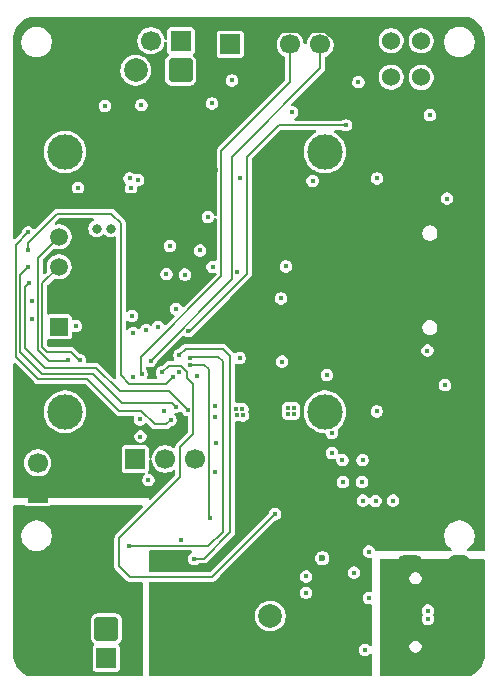
<source format=gbr>
%TF.GenerationSoftware,KiCad,Pcbnew,9.0.4*%
%TF.CreationDate,2025-12-12T14:24:18+03:00*%
%TF.ProjectId,mini_power_logger,6d696e69-5f70-46f7-9765-725f6c6f6767,rev?*%
%TF.SameCoordinates,Original*%
%TF.FileFunction,Copper,L2,Inr*%
%TF.FilePolarity,Positive*%
%FSLAX46Y46*%
G04 Gerber Fmt 4.6, Leading zero omitted, Abs format (unit mm)*
G04 Created by KiCad (PCBNEW 9.0.4) date 2025-12-12 14:24:18*
%MOMM*%
%LPD*%
G01*
G04 APERTURE LIST*
G04 Aperture macros list*
%AMRoundRect*
0 Rectangle with rounded corners*
0 $1 Rounding radius*
0 $2 $3 $4 $5 $6 $7 $8 $9 X,Y pos of 4 corners*
0 Add a 4 corners polygon primitive as box body*
4,1,4,$2,$3,$4,$5,$6,$7,$8,$9,$2,$3,0*
0 Add four circle primitives for the rounded corners*
1,1,$1+$1,$2,$3*
1,1,$1+$1,$4,$5*
1,1,$1+$1,$6,$7*
1,1,$1+$1,$8,$9*
0 Add four rect primitives between the rounded corners*
20,1,$1+$1,$2,$3,$4,$5,0*
20,1,$1+$1,$4,$5,$6,$7,0*
20,1,$1+$1,$6,$7,$8,$9,0*
20,1,$1+$1,$8,$9,$2,$3,0*%
G04 Aperture macros list end*
%TA.AperFunction,ComponentPad*%
%ADD10R,1.508000X1.508000*%
%TD*%
%TA.AperFunction,ComponentPad*%
%ADD11C,1.508000*%
%TD*%
%TA.AperFunction,ComponentPad*%
%ADD12C,3.000000*%
%TD*%
%TA.AperFunction,ComponentPad*%
%ADD13R,1.700000X1.700000*%
%TD*%
%TA.AperFunction,ComponentPad*%
%ADD14C,1.700000*%
%TD*%
%TA.AperFunction,ComponentPad*%
%ADD15R,2.000000X2.000000*%
%TD*%
%TA.AperFunction,ComponentPad*%
%ADD16C,2.000000*%
%TD*%
%TA.AperFunction,ComponentPad*%
%ADD17C,1.524000*%
%TD*%
%TA.AperFunction,ComponentPad*%
%ADD18RoundRect,0.250000X0.750000X0.750000X-0.750000X0.750000X-0.750000X-0.750000X0.750000X-0.750000X0*%
%TD*%
%TA.AperFunction,HeatsinkPad*%
%ADD19O,2.100000X1.000000*%
%TD*%
%TA.AperFunction,HeatsinkPad*%
%ADD20O,1.800000X1.000000*%
%TD*%
%TA.AperFunction,ComponentPad*%
%ADD21C,0.810000*%
%TD*%
%TA.AperFunction,ViaPad*%
%ADD22C,0.450000*%
%TD*%
%TA.AperFunction,ViaPad*%
%ADD23C,0.600000*%
%TD*%
%TA.AperFunction,Conductor*%
%ADD24C,1.000000*%
%TD*%
%TA.AperFunction,Conductor*%
%ADD25C,0.200000*%
%TD*%
G04 APERTURE END LIST*
D10*
%TO.N,GND*%
%TO.C,U4*%
X161912500Y-78210000D03*
D11*
%TO.N,+3.3V*%
X161912500Y-75670000D03*
%TO.N,/SD Card & Oled Screen/OLED_SCL*%
X161912500Y-73130000D03*
%TO.N,/SD Card & Oled Screen/OLED_SDA*%
X161912500Y-70590000D03*
D12*
%TO.N,N/C*%
X162412500Y-85400000D03*
X162412500Y-63400000D03*
X184412500Y-63400000D03*
X184412500Y-85400000D03*
%TD*%
D13*
%TO.N,/SHUNT_V+*%
%TO.C,J1*%
X165920000Y-106250000D03*
D14*
%TO.N,GND*%
X163380000Y-106250000D03*
%TD*%
D15*
%TO.N,+3.3V*%
%TO.C,BZ1*%
X174800000Y-102700000D03*
D16*
%TO.N,Net-(BZ1--)*%
X179800000Y-102700000D03*
%TD*%
D17*
%TO.N,GND*%
%TO.C,J7*%
X192570000Y-54000000D03*
%TO.N,Net-(J7-Pad2)*%
X190030000Y-53980000D03*
%TD*%
%TO.N,GND*%
%TO.C,J6*%
X192570000Y-57100000D03*
%TO.N,Net-(J6-Pad2)*%
X190030000Y-57080000D03*
%TD*%
D18*
%TO.N,/SHUNT_V+*%
%TO.C,J3*%
X165905000Y-103782500D03*
D16*
%TO.N,GND*%
X162095000Y-103782500D03*
%TD*%
D13*
%TO.N,/SHUNT_V-*%
%TO.C,J1*%
X172227502Y-54000000D03*
D14*
%TO.N,GND*%
X169687502Y-54000000D03*
%TD*%
D19*
%TO.N,GND*%
%TO.C,J8*%
X191585000Y-106720000D03*
D20*
X195765000Y-106720000D03*
D19*
X191585000Y-98080000D03*
D20*
X195765000Y-98080000D03*
%TD*%
D13*
%TO.N,+3.3V*%
%TO.C,J5*%
X160100000Y-92275000D03*
D14*
%TO.N,Net-(J5-Pin_2)*%
X160100000Y-89735000D03*
%TD*%
D18*
%TO.N,/SHUNT_V-*%
%TO.C,J2*%
X172205000Y-56482500D03*
D16*
%TO.N,GND*%
X168395000Y-56482500D03*
%TD*%
D13*
%TO.N,GND*%
%TO.C,J4*%
X176390000Y-54300000D03*
D14*
%TO.N,+3.3V*%
X178930000Y-54300000D03*
%TO.N,/stm32f103/DIO*%
X181470000Y-54300000D03*
%TO.N,/stm32f103/CLK*%
X184010000Y-54300000D03*
%TD*%
D13*
%TO.N,/SHUNT_V+*%
%TO.C,J1*%
X168360000Y-89400000D03*
D14*
%TO.N,/Power/POWER_IN_P*%
X170900000Y-89400000D03*
%TO.N,/USB_PWR*%
X173440000Y-89400000D03*
%TD*%
D21*
%TO.N,Net-(U1-PC14-OSC32_IN)*%
%TO.C,Y1*%
X165100000Y-69900000D03*
%TO.N,Net-(U1-PC15-OSC32_OUT)*%
X166270000Y-69900000D03*
%TD*%
D22*
%TO.N,GND*%
X168075000Y-77300000D03*
X187600000Y-89500000D03*
X187250000Y-57500000D03*
X171000000Y-73750000D03*
X188800000Y-85375000D03*
X177200000Y-65625000D03*
X175150000Y-90500000D03*
X195625000Y-100675000D03*
X182825000Y-99350000D03*
X166475000Y-94250000D03*
X176550000Y-57350000D03*
X187550000Y-91375000D03*
X168200000Y-82475000D03*
X163325000Y-78150000D03*
X163525000Y-66450000D03*
X193100000Y-80225000D03*
X165775000Y-59500000D03*
X186875000Y-99025000D03*
X169475000Y-91175000D03*
X185900000Y-89500000D03*
X174500000Y-68900000D03*
X187625000Y-92925000D03*
X175150000Y-84950000D03*
X193225000Y-100175000D03*
X188125000Y-101175000D03*
X189350000Y-98650000D03*
X171275000Y-71375000D03*
X185925000Y-91375000D03*
X193300000Y-60300000D03*
X185000000Y-87200000D03*
X194750000Y-67350000D03*
X168575000Y-65800000D03*
X183375000Y-65850000D03*
X184575000Y-82300000D03*
X167875000Y-65650000D03*
X175200000Y-88050000D03*
X194600000Y-83150000D03*
X173850000Y-71750000D03*
X168800000Y-87500000D03*
X175125000Y-85825000D03*
X172250000Y-96225000D03*
X180700000Y-75800000D03*
X188825000Y-65650000D03*
X167975000Y-66500000D03*
X172550000Y-73800000D03*
X182800000Y-100725000D03*
X168875000Y-59450000D03*
X170800000Y-85325000D03*
X190200000Y-92925000D03*
X185000000Y-88900000D03*
X188700000Y-92950000D03*
X188125000Y-97250000D03*
X187800000Y-105575000D03*
X172100000Y-82050000D03*
X168775000Y-86050000D03*
%TO.N,+3.3V*%
X187300000Y-60250000D03*
X191950000Y-94450000D03*
X167900000Y-86800000D03*
X191350000Y-95450000D03*
X179150000Y-80700000D03*
X173000000Y-71850000D03*
X178850000Y-75720000D03*
X163150000Y-76800000D03*
X191950000Y-95450000D03*
X191350000Y-95950000D03*
X159262500Y-67787500D03*
X191350000Y-94950000D03*
X186976670Y-71607339D03*
X164800000Y-71800000D03*
X184250000Y-74150000D03*
X159662500Y-67387500D03*
X191350000Y-94450000D03*
X191950000Y-94950000D03*
X183400000Y-60300000D03*
X191950000Y-95950000D03*
X188750000Y-82600000D03*
X170150000Y-97800000D03*
X166700000Y-91750000D03*
X175200000Y-64900000D03*
X187550000Y-56550000D03*
X159200000Y-68525000D03*
X188750000Y-92150000D03*
%TO.N,Net-(U1-NRST)*%
X172843714Y-78569888D03*
X186200000Y-61150000D03*
%TO.N,/stm32f103/BUTTON_1*%
X170300000Y-78250000D03*
%TO.N,/stm32f103/BUTTON_2*%
X169300000Y-78500000D03*
%TO.N,/stm32f103/BUTTON_3*%
X168200000Y-78750000D03*
%TO.N,/SPI2_MISO*%
X171550000Y-82425000D03*
X159275000Y-71700000D03*
%TO.N,/SPI2_SCK*%
X159350000Y-74538574D03*
X172800000Y-85250000D03*
%TO.N,/SPI2_MOSI*%
X159275000Y-73150000D03*
X171800000Y-84975000D03*
%TO.N,/SPI2_CS*%
X171350000Y-86100000D03*
X159300000Y-70225000D03*
D23*
%TO.N,/USB_PWR*%
X184200000Y-97800000D03*
D22*
%TO.N,/stm32f103/CLK*%
X169650000Y-81100000D03*
%TO.N,/stm32f103/DIO*%
X168900000Y-82200000D03*
%TO.N,Net-(U5-SW)*%
X173600000Y-82350000D03*
X177425000Y-85150000D03*
X177463694Y-85711692D03*
X181300000Y-85100000D03*
X181800000Y-85100000D03*
X181300000Y-85600000D03*
X176900000Y-85150000D03*
X181800000Y-85600000D03*
X176950000Y-85675000D03*
%TO.N,Net-(J6-Pad2)*%
X174850000Y-59300000D03*
%TO.N,/Type C Connector/USB2_P*%
X193133629Y-102233548D03*
%TO.N,/Type C Connector/USB2_N*%
X193133629Y-102936548D03*
%TO.N,/SD Card & Oled Screen/SD_SCK*%
X177000000Y-73600000D03*
X181100000Y-73100000D03*
%TO.N,/UART2_RX*%
X159600000Y-76025000D03*
X171825000Y-76700000D03*
%TO.N,/UART2_TX*%
X174900000Y-73125000D03*
X159650000Y-77525000D03*
%TO.N,/Temp. & Power Sensors/SDA*%
X174700000Y-94400000D03*
X172950000Y-81450000D03*
%TO.N,/Temp. & Power Sensors/SCL*%
X167850000Y-96750000D03*
X172950000Y-80850000D03*
%TO.N,/Temp. & Power Sensors/ALERT*%
X173350000Y-97850000D03*
X172100000Y-80600000D03*
%TO.N,Net-(U5-EN)*%
X177200000Y-80850000D03*
X180800000Y-81150000D03*
%TO.N,Net-(J7-Pad2)*%
X181650000Y-60050000D03*
%TO.N,/SD Card & Oled Screen/OLED_SDA*%
X162700000Y-81050000D03*
%TO.N,/SD Card & Oled Screen/OLED_SCL*%
X163650000Y-81000000D03*
%TO.N,/BUZZER_PIN*%
X170600000Y-82075000D03*
X180175000Y-94075000D03*
%TD*%
D24*
%TO.N,+3.3V*%
X191350000Y-60525000D02*
X189825000Y-59000000D01*
X159400000Y-67350000D02*
X159175000Y-67575000D01*
X180406000Y-52824000D02*
X178930000Y-54300000D01*
X159175000Y-67575000D02*
X159175000Y-68175000D01*
X159175000Y-68175000D02*
X159225000Y-68225000D01*
X184621380Y-52824000D02*
X180406000Y-52824000D01*
X189825000Y-59000000D02*
X186650000Y-59000000D01*
X178930000Y-57020000D02*
X168600000Y-67350000D01*
X185650000Y-58000000D02*
X185650000Y-53852620D01*
X168600000Y-67350000D02*
X159400000Y-67350000D01*
X191350000Y-95450000D02*
X191350000Y-60525000D01*
X186650000Y-59000000D02*
X185650000Y-58000000D01*
X178930000Y-54300000D02*
X178930000Y-57020000D01*
X185650000Y-53852620D02*
X184621380Y-52824000D01*
D25*
%TO.N,Net-(U1-NRST)*%
X177850000Y-73700000D02*
X177850000Y-63800000D01*
X177850000Y-63800000D02*
X180500000Y-61150000D01*
X172843714Y-78569888D02*
X172980112Y-78569888D01*
X180500000Y-61150000D02*
X186200000Y-61150000D01*
X172980112Y-78569888D02*
X177850000Y-73700000D01*
%TO.N,/SPI2_MISO*%
X170950000Y-83025000D02*
X171550000Y-82425000D01*
X159275000Y-71075000D02*
X161725000Y-68625000D01*
X159275000Y-71700000D02*
X159275000Y-71075000D01*
X167131038Y-69431038D02*
X167131038Y-82331038D01*
X167131038Y-82331038D02*
X167825000Y-83025000D01*
X161725000Y-68625000D02*
X166325000Y-68625000D01*
X166325000Y-68625000D02*
X167131038Y-69431038D01*
X167825000Y-83025000D02*
X170950000Y-83025000D01*
%TO.N,/SPI2_SCK*%
X159034000Y-79997962D02*
X160711038Y-81675000D01*
X165050000Y-81675000D02*
X167025000Y-83650000D01*
X160711038Y-81675000D02*
X165050000Y-81675000D01*
X171200000Y-83650000D02*
X172800000Y-85250000D01*
X159336426Y-74538574D02*
X159034000Y-74841000D01*
X159034000Y-74841000D02*
X159034000Y-79997962D01*
X167025000Y-83650000D02*
X171200000Y-83650000D01*
X159350000Y-74538574D02*
X159336426Y-74538574D01*
%TO.N,/SPI2_MOSI*%
X164775000Y-82175000D02*
X167275000Y-84675000D01*
X158600000Y-73825000D02*
X158600000Y-80325000D01*
X159275000Y-73150000D02*
X158600000Y-73825000D01*
X171500000Y-84675000D02*
X171800000Y-84975000D01*
X160450000Y-82175000D02*
X164775000Y-82175000D01*
X167275000Y-84675000D02*
X171500000Y-84675000D01*
X158600000Y-80325000D02*
X160450000Y-82175000D01*
%TO.N,/SPI2_CS*%
X170016000Y-86466000D02*
X170984000Y-86466000D01*
X166950000Y-85325000D02*
X168875000Y-85325000D01*
X170984000Y-86466000D02*
X171350000Y-86100000D01*
X158225000Y-80750000D02*
X160125000Y-82650000D01*
X164275000Y-82650000D02*
X166950000Y-85325000D01*
X168875000Y-85325000D02*
X170016000Y-86466000D01*
X160125000Y-82650000D02*
X164275000Y-82650000D01*
X159300000Y-70225000D02*
X158225000Y-71300000D01*
X158225000Y-71300000D02*
X158225000Y-80750000D01*
%TO.N,/stm32f103/CLK*%
X176549000Y-74201000D02*
X176549000Y-63801000D01*
X176549000Y-63801000D02*
X184010000Y-56340000D01*
X184010000Y-56340000D02*
X184010000Y-54300000D01*
X169650000Y-81100000D02*
X176549000Y-74201000D01*
%TO.N,/stm32f103/DIO*%
X175650000Y-73950000D02*
X175650000Y-63300000D01*
X181470000Y-57480000D02*
X181470000Y-54300000D01*
X175650000Y-63300000D02*
X181470000Y-57480000D01*
X168900000Y-82200000D02*
X168850000Y-82150000D01*
X168850000Y-80750000D02*
X175650000Y-73950000D01*
X168850000Y-82150000D02*
X168850000Y-80750000D01*
%TO.N,/Temp. & Power Sensors/SDA*%
X174200000Y-81450000D02*
X174575000Y-81825000D01*
X172950000Y-81450000D02*
X174200000Y-81450000D01*
X174575000Y-94275000D02*
X174700000Y-94400000D01*
X174575000Y-81825000D02*
X174575000Y-94275000D01*
%TO.N,/Temp. & Power Sensors/SCL*%
X173050000Y-80750000D02*
X175400000Y-80750000D01*
X174550000Y-96750000D02*
X167850000Y-96750000D01*
X175400000Y-80750000D02*
X175750000Y-81100000D01*
X172950000Y-80850000D02*
X173050000Y-80750000D01*
X175750000Y-81100000D02*
X175750000Y-95550000D01*
X175750000Y-95550000D02*
X174550000Y-96750000D01*
%TO.N,/Temp. & Power Sensors/ALERT*%
X175750000Y-80050000D02*
X172650000Y-80050000D01*
X173350000Y-97850000D02*
X174150000Y-97850000D01*
X174150000Y-97850000D02*
X176400000Y-95600000D01*
X172650000Y-80050000D02*
X172100000Y-80600000D01*
X176400000Y-80700000D02*
X175750000Y-80050000D01*
X176400000Y-95600000D02*
X176400000Y-80700000D01*
%TO.N,/SD Card & Oled Screen/OLED_SDA*%
X162700000Y-81050000D02*
X162650000Y-81100000D01*
X160125000Y-72377500D02*
X161912500Y-70590000D01*
X160125000Y-80175000D02*
X160125000Y-72377500D01*
X162650000Y-81100000D02*
X161050000Y-81100000D01*
X161050000Y-81100000D02*
X160125000Y-80175000D01*
%TO.N,/SD Card & Oled Screen/OLED_SCL*%
X160500000Y-79950000D02*
X160900000Y-80350000D01*
X160900000Y-80350000D02*
X162950000Y-80350000D01*
X163600000Y-81000000D02*
X163650000Y-81000000D01*
X162950000Y-80350000D02*
X163600000Y-81000000D01*
X161912500Y-73130000D02*
X160500000Y-74542500D01*
X160500000Y-74542500D02*
X160500000Y-79950000D01*
%TO.N,/BUZZER_PIN*%
X166975000Y-96125000D02*
X172150000Y-90950000D01*
X172763189Y-82075378D02*
X172187811Y-81500000D01*
X172763189Y-82588189D02*
X172763189Y-82075378D01*
X173250000Y-83075000D02*
X172763189Y-82588189D01*
X172150000Y-88375000D02*
X173250000Y-87275000D01*
X166975000Y-98500000D02*
X166975000Y-96125000D01*
X180175000Y-94075000D02*
X174850000Y-99400000D01*
X174850000Y-99400000D02*
X167875000Y-99400000D01*
X172187811Y-81500000D02*
X171175000Y-81500000D01*
X171175000Y-81500000D02*
X170600000Y-82075000D01*
X167875000Y-99400000D02*
X166975000Y-98500000D01*
X172150000Y-90950000D02*
X172150000Y-88375000D01*
X173250000Y-87275000D02*
X173250000Y-83075000D01*
%TD*%
%TA.AperFunction,Conductor*%
%TO.N,GND*%
G36*
X197893039Y-97869685D02*
G01*
X197938794Y-97922489D01*
X197950000Y-97974000D01*
X197950000Y-106260481D01*
X197947617Y-106284673D01*
X197923294Y-106406951D01*
X197919096Y-106422617D01*
X197840671Y-106653650D01*
X197834464Y-106668636D01*
X197726552Y-106887460D01*
X197718442Y-106901507D01*
X197582891Y-107104373D01*
X197573017Y-107117241D01*
X197412147Y-107300678D01*
X197400678Y-107312147D01*
X197217241Y-107473017D01*
X197204373Y-107482891D01*
X197001507Y-107618442D01*
X196987460Y-107626552D01*
X196768636Y-107734464D01*
X196753649Y-107740671D01*
X196598259Y-107793419D01*
X196558402Y-107800000D01*
X189224000Y-107800000D01*
X189156961Y-107780315D01*
X189111206Y-107727511D01*
X189100000Y-107676000D01*
X189100000Y-105222133D01*
X191569500Y-105222133D01*
X191569500Y-105357867D01*
X191604631Y-105488975D01*
X191604632Y-105488978D01*
X191672495Y-105606520D01*
X191672497Y-105606522D01*
X191672498Y-105606524D01*
X191768476Y-105702502D01*
X191768477Y-105702503D01*
X191768479Y-105702504D01*
X191886021Y-105770367D01*
X191886022Y-105770367D01*
X191886025Y-105770369D01*
X192017133Y-105805500D01*
X192017135Y-105805500D01*
X192152865Y-105805500D01*
X192152867Y-105805500D01*
X192283975Y-105770369D01*
X192401524Y-105702502D01*
X192497502Y-105606524D01*
X192565369Y-105488975D01*
X192600500Y-105357867D01*
X192600500Y-105222133D01*
X192565369Y-105091025D01*
X192497502Y-104973476D01*
X192401524Y-104877498D01*
X192401522Y-104877497D01*
X192401520Y-104877495D01*
X192283978Y-104809632D01*
X192283979Y-104809632D01*
X192268484Y-104805480D01*
X192152867Y-104774500D01*
X192017133Y-104774500D01*
X191901515Y-104805480D01*
X191886021Y-104809632D01*
X191768479Y-104877495D01*
X191768473Y-104877500D01*
X191672500Y-104973473D01*
X191672495Y-104973479D01*
X191604632Y-105091021D01*
X191604631Y-105091025D01*
X191569500Y-105222133D01*
X189100000Y-105222133D01*
X189100000Y-102164365D01*
X192608129Y-102164365D01*
X192608129Y-102302730D01*
X192643941Y-102436383D01*
X192643941Y-102436384D01*
X192693976Y-102523049D01*
X192710447Y-102590950D01*
X192693976Y-102647047D01*
X192643941Y-102733711D01*
X192643941Y-102733712D01*
X192608129Y-102867365D01*
X192608129Y-103005730D01*
X192643941Y-103139383D01*
X192643942Y-103139386D01*
X192713121Y-103259209D01*
X192713123Y-103259212D01*
X192713124Y-103259213D01*
X192810964Y-103357053D01*
X192930793Y-103426236D01*
X193064446Y-103462048D01*
X193064448Y-103462048D01*
X193202810Y-103462048D01*
X193202812Y-103462048D01*
X193336465Y-103426236D01*
X193456294Y-103357053D01*
X193554134Y-103259213D01*
X193623317Y-103139384D01*
X193659129Y-103005731D01*
X193659129Y-102867365D01*
X193623317Y-102733712D01*
X193573282Y-102647048D01*
X193556809Y-102579147D01*
X193573282Y-102523048D01*
X193585149Y-102502492D01*
X193623317Y-102436384D01*
X193659129Y-102302731D01*
X193659129Y-102164365D01*
X193623317Y-102030712D01*
X193554134Y-101910883D01*
X193456294Y-101813043D01*
X193456293Y-101813042D01*
X193456290Y-101813040D01*
X193336467Y-101743861D01*
X193336466Y-101743860D01*
X193336465Y-101743860D01*
X193202812Y-101708048D01*
X193064446Y-101708048D01*
X192930793Y-101743860D01*
X192930790Y-101743861D01*
X192810967Y-101813040D01*
X192810962Y-101813044D01*
X192713125Y-101910881D01*
X192713121Y-101910886D01*
X192643942Y-102030709D01*
X192643941Y-102030712D01*
X192608129Y-102164365D01*
X189100000Y-102164365D01*
X189100000Y-99442133D01*
X191569500Y-99442133D01*
X191569500Y-99577867D01*
X191604631Y-99708975D01*
X191604632Y-99708978D01*
X191672495Y-99826520D01*
X191672497Y-99826522D01*
X191672498Y-99826524D01*
X191768476Y-99922502D01*
X191768477Y-99922503D01*
X191768479Y-99922504D01*
X191886021Y-99990367D01*
X191886022Y-99990367D01*
X191886025Y-99990369D01*
X192017133Y-100025500D01*
X192017135Y-100025500D01*
X192152865Y-100025500D01*
X192152867Y-100025500D01*
X192283975Y-99990369D01*
X192401524Y-99922502D01*
X192497502Y-99826524D01*
X192565369Y-99708975D01*
X192600500Y-99577867D01*
X192600500Y-99442133D01*
X192565369Y-99311025D01*
X192497502Y-99193476D01*
X192401524Y-99097498D01*
X192401522Y-99097497D01*
X192401520Y-99097495D01*
X192283978Y-99029632D01*
X192283979Y-99029632D01*
X192268484Y-99025480D01*
X192152867Y-98994500D01*
X192017133Y-98994500D01*
X191901515Y-99025480D01*
X191886021Y-99029632D01*
X191768479Y-99097495D01*
X191768473Y-99097500D01*
X191672500Y-99193473D01*
X191672495Y-99193479D01*
X191604632Y-99311021D01*
X191604631Y-99311025D01*
X191569500Y-99442133D01*
X189100000Y-99442133D01*
X189100000Y-97974000D01*
X189119685Y-97906961D01*
X189172489Y-97861206D01*
X189224000Y-97850000D01*
X197826000Y-97850000D01*
X197893039Y-97869685D01*
G37*
%TD.AperFunction*%
%TD*%
%TA.AperFunction,Conductor*%
%TO.N,+3.3V*%
G36*
X196598254Y-52006579D02*
G01*
X196753670Y-52059335D01*
X196768629Y-52065532D01*
X196983293Y-52171392D01*
X196987460Y-52173447D01*
X197001507Y-52181557D01*
X197204377Y-52317111D01*
X197217241Y-52326982D01*
X197400678Y-52487852D01*
X197412147Y-52499321D01*
X197573017Y-52682758D01*
X197582891Y-52695626D01*
X197718442Y-52898492D01*
X197726552Y-52912539D01*
X197834464Y-53131363D01*
X197840671Y-53146349D01*
X197919096Y-53377382D01*
X197923293Y-53393047D01*
X197925698Y-53405135D01*
X197970893Y-53632340D01*
X197973011Y-53648422D01*
X197989235Y-53895956D01*
X197989500Y-53904066D01*
X197989500Y-97076000D01*
X197969815Y-97143039D01*
X197917011Y-97188794D01*
X197865500Y-97200000D01*
X196587865Y-97200000D01*
X196520826Y-97180315D01*
X196475071Y-97127511D01*
X196465127Y-97058353D01*
X196494152Y-96994797D01*
X196514980Y-96975682D01*
X196640698Y-96884343D01*
X196640700Y-96884340D01*
X196640704Y-96884338D01*
X196784338Y-96740704D01*
X196903734Y-96576369D01*
X196995953Y-96395380D01*
X197058723Y-96202193D01*
X197090500Y-96001565D01*
X197090500Y-95798435D01*
X197058723Y-95597807D01*
X197058722Y-95597803D01*
X197058722Y-95597802D01*
X196995954Y-95404622D01*
X196985501Y-95384107D01*
X196903734Y-95223631D01*
X196888480Y-95202635D01*
X196784343Y-95059302D01*
X196784339Y-95059297D01*
X196640702Y-94915660D01*
X196640697Y-94915656D01*
X196476372Y-94796268D01*
X196476371Y-94796267D01*
X196476369Y-94796266D01*
X196331912Y-94722661D01*
X196295377Y-94704045D01*
X196102196Y-94641277D01*
X195951722Y-94617444D01*
X195901565Y-94609500D01*
X195698435Y-94609500D01*
X195631559Y-94620092D01*
X195497805Y-94641277D01*
X195497802Y-94641277D01*
X195304622Y-94704045D01*
X195123627Y-94796268D01*
X194959302Y-94915656D01*
X194959297Y-94915660D01*
X194815660Y-95059297D01*
X194815656Y-95059302D01*
X194696268Y-95223627D01*
X194604045Y-95404622D01*
X194541277Y-95597802D01*
X194541277Y-95597805D01*
X194509500Y-95798435D01*
X194509500Y-96001564D01*
X194541277Y-96202194D01*
X194541277Y-96202197D01*
X194604045Y-96395377D01*
X194696268Y-96576372D01*
X194815656Y-96740697D01*
X194815660Y-96740702D01*
X194959301Y-96884343D01*
X195085020Y-96975682D01*
X195127686Y-97031011D01*
X195133665Y-97100625D01*
X195101060Y-97162420D01*
X195040221Y-97196777D01*
X195012135Y-97200000D01*
X188750788Y-97200000D01*
X188683749Y-97180315D01*
X188637994Y-97127511D01*
X188631016Y-97108101D01*
X188614688Y-97047164D01*
X188545505Y-96927335D01*
X188447665Y-96829495D01*
X188447664Y-96829494D01*
X188447661Y-96829492D01*
X188327838Y-96760313D01*
X188327837Y-96760312D01*
X188327836Y-96760312D01*
X188194183Y-96724500D01*
X188055817Y-96724500D01*
X187922164Y-96760312D01*
X187922161Y-96760313D01*
X187802338Y-96829492D01*
X187802333Y-96829496D01*
X187704496Y-96927333D01*
X187704492Y-96927338D01*
X187635313Y-97047161D01*
X187635312Y-97047164D01*
X187599500Y-97180817D01*
X187599500Y-97319183D01*
X187610521Y-97360312D01*
X187635312Y-97452835D01*
X187635313Y-97452838D01*
X187704492Y-97572661D01*
X187704494Y-97572664D01*
X187704495Y-97572665D01*
X187802335Y-97670505D01*
X187922164Y-97739688D01*
X188055817Y-97775500D01*
X188055819Y-97775500D01*
X188194180Y-97775500D01*
X188194183Y-97775500D01*
X188243908Y-97762176D01*
X188313756Y-97763839D01*
X188371619Y-97803001D01*
X188399123Y-97867230D01*
X188400000Y-97881951D01*
X188400000Y-100543048D01*
X188380315Y-100610087D01*
X188327511Y-100655842D01*
X188258353Y-100665786D01*
X188243908Y-100662823D01*
X188194184Y-100649500D01*
X188194183Y-100649500D01*
X188055817Y-100649500D01*
X187922164Y-100685312D01*
X187922161Y-100685313D01*
X187802338Y-100754492D01*
X187802333Y-100754496D01*
X187704496Y-100852333D01*
X187704492Y-100852338D01*
X187635313Y-100972161D01*
X187635312Y-100972164D01*
X187599500Y-101105817D01*
X187599500Y-101244183D01*
X187601193Y-101250499D01*
X187635312Y-101377835D01*
X187635313Y-101377838D01*
X187704492Y-101497661D01*
X187704494Y-101497664D01*
X187704495Y-101497665D01*
X187802335Y-101595505D01*
X187922164Y-101664688D01*
X188055817Y-101700500D01*
X188055819Y-101700500D01*
X188194180Y-101700500D01*
X188194183Y-101700500D01*
X188243908Y-101687176D01*
X188313756Y-101688839D01*
X188371619Y-101728001D01*
X188399123Y-101792230D01*
X188400000Y-101806951D01*
X188400000Y-105132468D01*
X188380315Y-105199507D01*
X188327511Y-105245262D01*
X188258353Y-105255206D01*
X188194797Y-105226181D01*
X188188319Y-105220149D01*
X188122666Y-105154496D01*
X188122661Y-105154492D01*
X188002838Y-105085313D01*
X188002837Y-105085312D01*
X188002836Y-105085312D01*
X187869183Y-105049500D01*
X187730817Y-105049500D01*
X187597164Y-105085312D01*
X187597161Y-105085313D01*
X187477338Y-105154492D01*
X187477333Y-105154496D01*
X187379496Y-105252333D01*
X187379492Y-105252338D01*
X187310313Y-105372161D01*
X187310312Y-105372164D01*
X187274500Y-105505817D01*
X187274500Y-105644182D01*
X187310312Y-105777835D01*
X187310313Y-105777838D01*
X187379492Y-105897661D01*
X187379494Y-105897664D01*
X187379495Y-105897665D01*
X187477335Y-105995505D01*
X187597164Y-106064688D01*
X187730817Y-106100500D01*
X187730819Y-106100500D01*
X187869181Y-106100500D01*
X187869183Y-106100500D01*
X188002836Y-106064688D01*
X188122665Y-105995505D01*
X188188319Y-105929851D01*
X188249642Y-105896366D01*
X188319334Y-105901350D01*
X188375267Y-105943222D01*
X188399684Y-106008686D01*
X188400000Y-106017532D01*
X188400000Y-107648638D01*
X188391355Y-107678078D01*
X188384832Y-107708065D01*
X188381077Y-107713080D01*
X188380315Y-107715677D01*
X188363681Y-107736319D01*
X188336319Y-107763681D01*
X188274996Y-107797166D01*
X188248638Y-107800000D01*
X169624000Y-107800000D01*
X169556961Y-107780315D01*
X169511206Y-107727511D01*
X169500000Y-107676000D01*
X169500000Y-102597648D01*
X178499500Y-102597648D01*
X178499500Y-102802351D01*
X178531522Y-103004534D01*
X178594781Y-103199223D01*
X178687715Y-103381613D01*
X178808028Y-103547213D01*
X178952786Y-103691971D01*
X179107749Y-103804556D01*
X179118390Y-103812287D01*
X179234607Y-103871503D01*
X179300776Y-103905218D01*
X179300778Y-103905218D01*
X179300781Y-103905220D01*
X179405137Y-103939127D01*
X179495465Y-103968477D01*
X179596557Y-103984488D01*
X179697648Y-104000500D01*
X179697649Y-104000500D01*
X179902351Y-104000500D01*
X179902352Y-104000500D01*
X180104534Y-103968477D01*
X180299219Y-103905220D01*
X180481610Y-103812287D01*
X180574590Y-103744732D01*
X180647213Y-103691971D01*
X180647215Y-103691968D01*
X180647219Y-103691966D01*
X180791966Y-103547219D01*
X180791968Y-103547215D01*
X180791971Y-103547213D01*
X180844732Y-103474590D01*
X180912287Y-103381610D01*
X181005220Y-103199219D01*
X181068477Y-103004534D01*
X181100500Y-102802352D01*
X181100500Y-102597648D01*
X181068477Y-102395466D01*
X181005220Y-102200781D01*
X181005218Y-102200778D01*
X181005218Y-102200776D01*
X180971503Y-102134607D01*
X180912287Y-102018390D01*
X180904556Y-102007749D01*
X180791971Y-101852786D01*
X180647213Y-101708028D01*
X180481613Y-101587715D01*
X180481612Y-101587714D01*
X180481610Y-101587713D01*
X180424653Y-101558691D01*
X180299223Y-101494781D01*
X180104534Y-101431522D01*
X179929995Y-101403878D01*
X179902352Y-101399500D01*
X179697648Y-101399500D01*
X179673329Y-101403351D01*
X179495465Y-101431522D01*
X179300776Y-101494781D01*
X179118386Y-101587715D01*
X178952786Y-101708028D01*
X178808028Y-101852786D01*
X178687715Y-102018386D01*
X178594781Y-102200776D01*
X178531522Y-102395465D01*
X178499500Y-102597648D01*
X169500000Y-102597648D01*
X169500000Y-100655817D01*
X182274500Y-100655817D01*
X182274500Y-100794183D01*
X182290083Y-100852338D01*
X182310312Y-100927835D01*
X182310313Y-100927838D01*
X182379492Y-101047661D01*
X182379494Y-101047664D01*
X182379495Y-101047665D01*
X182477335Y-101145505D01*
X182597164Y-101214688D01*
X182730817Y-101250500D01*
X182730819Y-101250500D01*
X182869181Y-101250500D01*
X182869183Y-101250500D01*
X183002836Y-101214688D01*
X183122665Y-101145505D01*
X183220505Y-101047665D01*
X183289688Y-100927836D01*
X183325500Y-100794183D01*
X183325500Y-100655817D01*
X183289688Y-100522164D01*
X183220505Y-100402335D01*
X183122665Y-100304495D01*
X183122664Y-100304494D01*
X183122661Y-100304492D01*
X183002838Y-100235313D01*
X183002837Y-100235312D01*
X183002836Y-100235312D01*
X182869183Y-100199500D01*
X182730817Y-100199500D01*
X182597164Y-100235312D01*
X182597161Y-100235313D01*
X182477338Y-100304492D01*
X182477333Y-100304496D01*
X182379496Y-100402333D01*
X182379492Y-100402338D01*
X182310313Y-100522161D01*
X182310312Y-100522164D01*
X182274500Y-100655817D01*
X169500000Y-100655817D01*
X169500000Y-99924500D01*
X169519685Y-99857461D01*
X169572489Y-99811706D01*
X169624000Y-99800500D01*
X174902725Y-99800500D01*
X174902727Y-99800500D01*
X175004588Y-99773207D01*
X175095913Y-99720480D01*
X175535576Y-99280817D01*
X182299500Y-99280817D01*
X182299500Y-99419183D01*
X182325091Y-99514688D01*
X182335312Y-99552835D01*
X182335313Y-99552838D01*
X182404492Y-99672661D01*
X182404494Y-99672664D01*
X182404495Y-99672665D01*
X182502335Y-99770505D01*
X182622164Y-99839688D01*
X182755817Y-99875500D01*
X182755819Y-99875500D01*
X182894181Y-99875500D01*
X182894183Y-99875500D01*
X183027836Y-99839688D01*
X183147665Y-99770505D01*
X183245505Y-99672665D01*
X183314688Y-99552836D01*
X183350500Y-99419183D01*
X183350500Y-99280817D01*
X183314688Y-99147164D01*
X183245505Y-99027335D01*
X183173987Y-98955817D01*
X186349500Y-98955817D01*
X186349500Y-99094183D01*
X186363696Y-99147161D01*
X186385312Y-99227835D01*
X186385313Y-99227838D01*
X186454492Y-99347661D01*
X186454494Y-99347664D01*
X186454495Y-99347665D01*
X186552335Y-99445505D01*
X186672164Y-99514688D01*
X186805817Y-99550500D01*
X186805819Y-99550500D01*
X186944181Y-99550500D01*
X186944183Y-99550500D01*
X187077836Y-99514688D01*
X187197665Y-99445505D01*
X187295505Y-99347665D01*
X187364688Y-99227836D01*
X187400500Y-99094183D01*
X187400500Y-98955817D01*
X187364688Y-98822164D01*
X187295505Y-98702335D01*
X187197665Y-98604495D01*
X187197664Y-98604494D01*
X187197661Y-98604492D01*
X187077838Y-98535313D01*
X187077837Y-98535312D01*
X187077836Y-98535312D01*
X186944183Y-98499500D01*
X186805817Y-98499500D01*
X186672164Y-98535312D01*
X186672161Y-98535313D01*
X186552338Y-98604492D01*
X186552333Y-98604496D01*
X186454496Y-98702333D01*
X186454492Y-98702338D01*
X186385313Y-98822161D01*
X186385312Y-98822164D01*
X186349500Y-98955817D01*
X183173987Y-98955817D01*
X183147665Y-98929495D01*
X183147664Y-98929494D01*
X183147661Y-98929492D01*
X183027838Y-98860313D01*
X183027837Y-98860312D01*
X183027836Y-98860312D01*
X182894183Y-98824500D01*
X182755817Y-98824500D01*
X182622164Y-98860312D01*
X182622161Y-98860313D01*
X182502338Y-98929492D01*
X182502333Y-98929496D01*
X182404496Y-99027333D01*
X182404492Y-99027338D01*
X182335313Y-99147161D01*
X182335312Y-99147164D01*
X182299500Y-99280817D01*
X175535576Y-99280817D01*
X177095450Y-97720943D01*
X183599500Y-97720943D01*
X183599500Y-97879057D01*
X183610252Y-97919182D01*
X183640423Y-98031783D01*
X183640426Y-98031790D01*
X183719475Y-98168709D01*
X183719479Y-98168714D01*
X183719480Y-98168716D01*
X183831284Y-98280520D01*
X183831286Y-98280521D01*
X183831290Y-98280524D01*
X183933763Y-98339686D01*
X183968216Y-98359577D01*
X184120943Y-98400500D01*
X184120945Y-98400500D01*
X184279055Y-98400500D01*
X184279057Y-98400500D01*
X184431784Y-98359577D01*
X184568716Y-98280520D01*
X184680520Y-98168716D01*
X184759577Y-98031784D01*
X184800500Y-97879057D01*
X184800500Y-97720943D01*
X184759577Y-97568216D01*
X184735975Y-97527335D01*
X184680524Y-97431290D01*
X184680518Y-97431282D01*
X184568717Y-97319481D01*
X184568709Y-97319475D01*
X184431790Y-97240426D01*
X184431786Y-97240424D01*
X184431784Y-97240423D01*
X184279057Y-97199500D01*
X184120943Y-97199500D01*
X183968216Y-97240423D01*
X183968209Y-97240426D01*
X183831290Y-97319475D01*
X183831282Y-97319481D01*
X183719481Y-97431282D01*
X183719475Y-97431290D01*
X183640426Y-97568209D01*
X183640423Y-97568216D01*
X183599500Y-97720943D01*
X177095450Y-97720943D01*
X180182046Y-94634346D01*
X180237632Y-94602254D01*
X180244178Y-94600500D01*
X180244183Y-94600500D01*
X180377836Y-94564688D01*
X180497665Y-94495505D01*
X180595505Y-94397665D01*
X180664688Y-94277836D01*
X180700500Y-94144183D01*
X180700500Y-94005817D01*
X180664688Y-93872164D01*
X180595505Y-93752335D01*
X180497665Y-93654495D01*
X180497664Y-93654494D01*
X180497661Y-93654492D01*
X180377838Y-93585313D01*
X180377837Y-93585312D01*
X180377836Y-93585312D01*
X180244183Y-93549500D01*
X180105817Y-93549500D01*
X179972164Y-93585312D01*
X179972161Y-93585313D01*
X179852338Y-93654492D01*
X179852333Y-93654496D01*
X179754496Y-93752333D01*
X179754492Y-93752338D01*
X179685313Y-93872161D01*
X179685312Y-93872162D01*
X179647745Y-94012368D01*
X179615651Y-94067955D01*
X174720426Y-98963181D01*
X174659103Y-98996666D01*
X174632745Y-98999500D01*
X169624000Y-98999500D01*
X169556961Y-98979815D01*
X169511206Y-98927011D01*
X169500000Y-98875500D01*
X169500000Y-97274500D01*
X169519685Y-97207461D01*
X169572489Y-97161706D01*
X169624000Y-97150500D01*
X173047795Y-97150500D01*
X173114834Y-97170185D01*
X173160589Y-97222989D01*
X173170533Y-97292147D01*
X173141508Y-97355703D01*
X173109796Y-97381886D01*
X173064477Y-97408050D01*
X173027336Y-97429494D01*
X173027333Y-97429496D01*
X172929496Y-97527333D01*
X172929492Y-97527338D01*
X172860313Y-97647161D01*
X172860312Y-97647164D01*
X172824500Y-97780817D01*
X172824500Y-97919182D01*
X172860312Y-98052835D01*
X172860313Y-98052838D01*
X172929492Y-98172661D01*
X172929494Y-98172664D01*
X172929495Y-98172665D01*
X173027335Y-98270505D01*
X173027336Y-98270506D01*
X173027338Y-98270507D01*
X173044688Y-98280524D01*
X173147164Y-98339688D01*
X173280817Y-98375500D01*
X173280819Y-98375500D01*
X173419181Y-98375500D01*
X173419183Y-98375500D01*
X173552836Y-98339688D01*
X173655312Y-98280524D01*
X173678541Y-98267113D01*
X173740541Y-98250500D01*
X174202725Y-98250500D01*
X174202727Y-98250500D01*
X174304588Y-98223207D01*
X174395913Y-98170480D01*
X176635703Y-95930687D01*
X176635708Y-95930684D01*
X176645911Y-95920480D01*
X176645913Y-95920480D01*
X176720480Y-95845913D01*
X176773207Y-95754587D01*
X176786604Y-95704588D01*
X176800501Y-95652726D01*
X176800501Y-95547273D01*
X176800500Y-95547269D01*
X176800500Y-92855817D01*
X187099500Y-92855817D01*
X187099500Y-92994183D01*
X187134842Y-93126080D01*
X187135312Y-93127835D01*
X187135313Y-93127838D01*
X187204492Y-93247661D01*
X187204494Y-93247664D01*
X187204495Y-93247665D01*
X187302335Y-93345505D01*
X187422164Y-93414688D01*
X187555817Y-93450500D01*
X187555819Y-93450500D01*
X187694181Y-93450500D01*
X187694183Y-93450500D01*
X187827836Y-93414688D01*
X187947665Y-93345505D01*
X188045505Y-93247665D01*
X188047893Y-93243529D01*
X188098457Y-93195310D01*
X188167064Y-93182084D01*
X188231930Y-93208048D01*
X188262669Y-93243522D01*
X188265062Y-93247666D01*
X188279492Y-93272661D01*
X188279495Y-93272665D01*
X188377335Y-93370505D01*
X188497164Y-93439688D01*
X188630817Y-93475500D01*
X188630819Y-93475500D01*
X188769181Y-93475500D01*
X188769183Y-93475500D01*
X188902836Y-93439688D01*
X189022665Y-93370505D01*
X189120505Y-93272665D01*
X189189688Y-93152836D01*
X189225500Y-93019183D01*
X189225500Y-92880817D01*
X189218801Y-92855817D01*
X189674500Y-92855817D01*
X189674500Y-92994183D01*
X189709842Y-93126080D01*
X189710312Y-93127835D01*
X189710313Y-93127838D01*
X189779492Y-93247661D01*
X189779494Y-93247664D01*
X189779495Y-93247665D01*
X189877335Y-93345505D01*
X189997164Y-93414688D01*
X190130817Y-93450500D01*
X190130819Y-93450500D01*
X190269181Y-93450500D01*
X190269183Y-93450500D01*
X190402836Y-93414688D01*
X190522665Y-93345505D01*
X190620505Y-93247665D01*
X190689688Y-93127836D01*
X190725500Y-92994183D01*
X190725500Y-92855817D01*
X190689688Y-92722164D01*
X190635040Y-92627511D01*
X190620507Y-92602338D01*
X190620503Y-92602333D01*
X190522666Y-92504496D01*
X190522661Y-92504492D01*
X190402838Y-92435313D01*
X190402837Y-92435312D01*
X190402836Y-92435312D01*
X190269183Y-92399500D01*
X190130817Y-92399500D01*
X189997164Y-92435312D01*
X189997161Y-92435313D01*
X189877338Y-92504492D01*
X189877333Y-92504496D01*
X189779496Y-92602333D01*
X189779492Y-92602338D01*
X189710313Y-92722161D01*
X189710312Y-92722164D01*
X189674500Y-92855817D01*
X189218801Y-92855817D01*
X189189688Y-92747164D01*
X189143372Y-92666942D01*
X189120507Y-92627338D01*
X189120503Y-92627333D01*
X189022666Y-92529496D01*
X189022661Y-92529492D01*
X188902838Y-92460313D01*
X188902837Y-92460312D01*
X188902836Y-92460312D01*
X188769183Y-92424500D01*
X188630817Y-92424500D01*
X188497164Y-92460312D01*
X188497161Y-92460313D01*
X188377338Y-92529492D01*
X188377333Y-92529496D01*
X188279496Y-92627333D01*
X188279492Y-92627338D01*
X188277100Y-92631482D01*
X188226530Y-92679695D01*
X188157922Y-92692914D01*
X188093059Y-92666942D01*
X188062328Y-92631474D01*
X188059938Y-92627335D01*
X188045505Y-92602335D01*
X187947665Y-92504495D01*
X187947664Y-92504494D01*
X187947661Y-92504492D01*
X187827838Y-92435313D01*
X187827837Y-92435312D01*
X187827836Y-92435312D01*
X187694183Y-92399500D01*
X187555817Y-92399500D01*
X187422164Y-92435312D01*
X187422161Y-92435313D01*
X187302338Y-92504492D01*
X187302333Y-92504496D01*
X187204496Y-92602333D01*
X187204492Y-92602338D01*
X187135313Y-92722161D01*
X187135312Y-92722164D01*
X187099500Y-92855817D01*
X176800500Y-92855817D01*
X176800500Y-91305817D01*
X185399500Y-91305817D01*
X185399500Y-91444183D01*
X185413831Y-91497665D01*
X185435312Y-91577835D01*
X185435313Y-91577838D01*
X185504492Y-91697661D01*
X185504494Y-91697664D01*
X185504495Y-91697665D01*
X185602335Y-91795505D01*
X185722164Y-91864688D01*
X185855817Y-91900500D01*
X185855819Y-91900500D01*
X185994181Y-91900500D01*
X185994183Y-91900500D01*
X186127836Y-91864688D01*
X186247665Y-91795505D01*
X186345505Y-91697665D01*
X186414688Y-91577836D01*
X186450500Y-91444183D01*
X186450500Y-91305817D01*
X187024500Y-91305817D01*
X187024500Y-91444183D01*
X187038831Y-91497665D01*
X187060312Y-91577835D01*
X187060313Y-91577838D01*
X187129492Y-91697661D01*
X187129494Y-91697664D01*
X187129495Y-91697665D01*
X187227335Y-91795505D01*
X187347164Y-91864688D01*
X187480817Y-91900500D01*
X187480819Y-91900500D01*
X187619181Y-91900500D01*
X187619183Y-91900500D01*
X187752836Y-91864688D01*
X187872665Y-91795505D01*
X187970505Y-91697665D01*
X188039688Y-91577836D01*
X188075500Y-91444183D01*
X188075500Y-91305817D01*
X188039688Y-91172164D01*
X187970505Y-91052335D01*
X187872665Y-90954495D01*
X187872664Y-90954494D01*
X187872661Y-90954492D01*
X187752838Y-90885313D01*
X187752837Y-90885312D01*
X187752836Y-90885312D01*
X187619183Y-90849500D01*
X187480817Y-90849500D01*
X187347164Y-90885312D01*
X187347161Y-90885313D01*
X187227338Y-90954492D01*
X187227333Y-90954496D01*
X187129496Y-91052333D01*
X187129492Y-91052338D01*
X187060313Y-91172161D01*
X187060312Y-91172164D01*
X187024500Y-91305817D01*
X186450500Y-91305817D01*
X186414688Y-91172164D01*
X186345505Y-91052335D01*
X186247665Y-90954495D01*
X186247664Y-90954494D01*
X186247661Y-90954492D01*
X186127838Y-90885313D01*
X186127837Y-90885312D01*
X186127836Y-90885312D01*
X185994183Y-90849500D01*
X185855817Y-90849500D01*
X185722164Y-90885312D01*
X185722161Y-90885313D01*
X185602338Y-90954492D01*
X185602333Y-90954496D01*
X185504496Y-91052333D01*
X185504492Y-91052338D01*
X185435313Y-91172161D01*
X185435312Y-91172164D01*
X185399500Y-91305817D01*
X176800500Y-91305817D01*
X176800500Y-88830817D01*
X184474500Y-88830817D01*
X184474500Y-88969183D01*
X184487545Y-89017866D01*
X184510312Y-89102835D01*
X184510313Y-89102838D01*
X184579492Y-89222661D01*
X184579494Y-89222664D01*
X184579495Y-89222665D01*
X184677335Y-89320505D01*
X184797164Y-89389688D01*
X184930817Y-89425500D01*
X184930819Y-89425500D01*
X185069181Y-89425500D01*
X185069183Y-89425500D01*
X185202836Y-89389688D01*
X185202845Y-89389682D01*
X185203044Y-89389601D01*
X185203236Y-89389580D01*
X185210687Y-89387584D01*
X185210998Y-89388745D01*
X185272513Y-89382131D01*
X185334993Y-89413404D01*
X185370647Y-89473491D01*
X185374500Y-89504161D01*
X185374500Y-89569183D01*
X185401356Y-89669409D01*
X185410312Y-89702835D01*
X185410313Y-89702838D01*
X185479492Y-89822661D01*
X185479494Y-89822664D01*
X185479495Y-89822665D01*
X185577335Y-89920505D01*
X185697164Y-89989688D01*
X185830817Y-90025500D01*
X185830819Y-90025500D01*
X185969181Y-90025500D01*
X185969183Y-90025500D01*
X186102836Y-89989688D01*
X186222665Y-89920505D01*
X186320505Y-89822665D01*
X186389688Y-89702836D01*
X186425500Y-89569183D01*
X186425500Y-89430817D01*
X187074500Y-89430817D01*
X187074500Y-89569183D01*
X187101356Y-89669409D01*
X187110312Y-89702835D01*
X187110313Y-89702838D01*
X187179492Y-89822661D01*
X187179494Y-89822664D01*
X187179495Y-89822665D01*
X187277335Y-89920505D01*
X187397164Y-89989688D01*
X187530817Y-90025500D01*
X187530819Y-90025500D01*
X187669181Y-90025500D01*
X187669183Y-90025500D01*
X187802836Y-89989688D01*
X187922665Y-89920505D01*
X188020505Y-89822665D01*
X188089688Y-89702836D01*
X188125500Y-89569183D01*
X188125500Y-89430817D01*
X188089688Y-89297164D01*
X188020505Y-89177335D01*
X187922665Y-89079495D01*
X187922664Y-89079494D01*
X187922661Y-89079492D01*
X187802838Y-89010313D01*
X187802837Y-89010312D01*
X187802836Y-89010312D01*
X187669183Y-88974500D01*
X187530817Y-88974500D01*
X187397164Y-89010312D01*
X187397161Y-89010313D01*
X187277338Y-89079492D01*
X187277333Y-89079496D01*
X187179496Y-89177333D01*
X187179492Y-89177338D01*
X187110313Y-89297161D01*
X187110312Y-89297164D01*
X187074500Y-89430817D01*
X186425500Y-89430817D01*
X186389688Y-89297164D01*
X186320505Y-89177335D01*
X186222665Y-89079495D01*
X186222664Y-89079494D01*
X186222661Y-89079492D01*
X186102838Y-89010313D01*
X186102837Y-89010312D01*
X186102836Y-89010312D01*
X185969183Y-88974500D01*
X185830817Y-88974500D01*
X185697160Y-89010313D01*
X185696944Y-89010403D01*
X185696746Y-89010424D01*
X185689313Y-89012416D01*
X185689002Y-89011256D01*
X185627474Y-89017866D01*
X185564997Y-88986586D01*
X185529349Y-88926494D01*
X185525500Y-88895838D01*
X185525500Y-88830819D01*
X185525500Y-88830817D01*
X185489688Y-88697164D01*
X185432864Y-88598742D01*
X185420507Y-88577338D01*
X185420503Y-88577333D01*
X185322666Y-88479496D01*
X185322661Y-88479492D01*
X185202838Y-88410313D01*
X185202837Y-88410312D01*
X185202836Y-88410312D01*
X185069183Y-88374500D01*
X184930817Y-88374500D01*
X184797164Y-88410312D01*
X184797161Y-88410313D01*
X184677338Y-88479492D01*
X184677333Y-88479496D01*
X184579496Y-88577333D01*
X184579492Y-88577338D01*
X184510313Y-88697161D01*
X184510312Y-88697164D01*
X184474500Y-88830817D01*
X176800500Y-88830817D01*
X176800500Y-86324500D01*
X176820185Y-86257461D01*
X176872989Y-86211706D01*
X176906751Y-86201777D01*
X176915581Y-86200500D01*
X177019183Y-86200500D01*
X177140688Y-86167942D01*
X177147941Y-86166894D01*
X177175555Y-86170840D01*
X177203446Y-86171505D01*
X177214541Y-86176413D01*
X177217107Y-86176780D01*
X177218925Y-86178352D01*
X177227688Y-86182229D01*
X177252954Y-86196816D01*
X177260854Y-86201378D01*
X177260858Y-86201380D01*
X177394511Y-86237192D01*
X177394513Y-86237192D01*
X177532875Y-86237192D01*
X177532877Y-86237192D01*
X177666530Y-86201380D01*
X177786359Y-86132197D01*
X177884199Y-86034357D01*
X177953382Y-85914528D01*
X177989194Y-85780875D01*
X177989194Y-85642509D01*
X177953382Y-85508856D01*
X177923796Y-85457612D01*
X177907325Y-85389713D01*
X177913751Y-85360999D01*
X177912584Y-85360687D01*
X177914688Y-85352836D01*
X177950500Y-85219183D01*
X177950500Y-85080817D01*
X177937103Y-85030817D01*
X180774500Y-85030817D01*
X180774500Y-85169183D01*
X180808926Y-85297665D01*
X180812416Y-85310687D01*
X180811107Y-85311037D01*
X180817659Y-85372026D01*
X180810668Y-85395833D01*
X180782623Y-85500500D01*
X180774500Y-85530817D01*
X180774500Y-85669183D01*
X180809014Y-85797989D01*
X180810312Y-85802835D01*
X180810313Y-85802838D01*
X180879492Y-85922661D01*
X180879494Y-85922664D01*
X180879495Y-85922665D01*
X180977335Y-86020505D01*
X180977336Y-86020506D01*
X180977338Y-86020507D01*
X181001327Y-86034357D01*
X181097164Y-86089688D01*
X181230817Y-86125500D01*
X181230819Y-86125500D01*
X181369181Y-86125500D01*
X181369183Y-86125500D01*
X181502836Y-86089688D01*
X181502837Y-86089687D01*
X181510687Y-86087584D01*
X181511038Y-86088895D01*
X181572011Y-86082337D01*
X181595800Y-86089322D01*
X181597162Y-86089687D01*
X181597164Y-86089688D01*
X181730817Y-86125500D01*
X181730819Y-86125500D01*
X181869181Y-86125500D01*
X181869183Y-86125500D01*
X182002836Y-86089688D01*
X182122665Y-86020505D01*
X182220505Y-85922665D01*
X182289688Y-85802836D01*
X182325500Y-85669183D01*
X182325500Y-85530817D01*
X182289688Y-85397164D01*
X182289687Y-85397162D01*
X182287584Y-85389313D01*
X182288895Y-85388961D01*
X182287276Y-85373915D01*
X182280374Y-85351262D01*
X182283245Y-85336434D01*
X182282337Y-85327989D01*
X182285041Y-85316278D01*
X182288026Y-85305714D01*
X182289688Y-85302836D01*
X182295272Y-85281995D01*
X182612000Y-85281995D01*
X182612000Y-85518004D01*
X182612001Y-85518020D01*
X182641949Y-85745503D01*
X182642807Y-85752014D01*
X182672998Y-85864687D01*
X182703894Y-85979993D01*
X182794214Y-86198045D01*
X182794219Y-86198056D01*
X182836185Y-86270742D01*
X182912227Y-86402450D01*
X182912229Y-86402453D01*
X182912230Y-86402454D01*
X183055906Y-86589697D01*
X183055912Y-86589704D01*
X183222795Y-86756587D01*
X183222801Y-86756592D01*
X183410050Y-86900273D01*
X183538615Y-86974500D01*
X183614443Y-87018280D01*
X183614448Y-87018282D01*
X183614451Y-87018284D01*
X183832507Y-87108606D01*
X184060486Y-87169693D01*
X184294489Y-87200500D01*
X184360948Y-87200500D01*
X184427987Y-87220185D01*
X184473742Y-87272989D01*
X184480721Y-87292401D01*
X184510312Y-87402836D01*
X184510313Y-87402837D01*
X184510313Y-87402838D01*
X184579492Y-87522661D01*
X184579494Y-87522664D01*
X184579495Y-87522665D01*
X184677335Y-87620505D01*
X184797164Y-87689688D01*
X184930817Y-87725500D01*
X184930819Y-87725500D01*
X185069181Y-87725500D01*
X185069183Y-87725500D01*
X185202836Y-87689688D01*
X185322665Y-87620505D01*
X185420505Y-87522665D01*
X185489688Y-87402836D01*
X185525500Y-87269183D01*
X185525500Y-87130817D01*
X185489688Y-86997164D01*
X185482350Y-86984454D01*
X185465876Y-86916554D01*
X185488728Y-86850527D01*
X185514248Y-86824078D01*
X185602199Y-86756592D01*
X185769092Y-86589699D01*
X185912773Y-86402450D01*
X186030784Y-86198049D01*
X186121106Y-85979993D01*
X186182193Y-85752014D01*
X186213000Y-85518011D01*
X186213000Y-85305817D01*
X188274500Y-85305817D01*
X188274500Y-85444183D01*
X188308927Y-85572665D01*
X188310312Y-85577835D01*
X188310313Y-85577838D01*
X188379492Y-85697661D01*
X188379494Y-85697664D01*
X188379495Y-85697665D01*
X188477335Y-85795505D01*
X188477336Y-85795506D01*
X188477338Y-85795507D01*
X188537249Y-85830096D01*
X188597164Y-85864688D01*
X188730817Y-85900500D01*
X188730819Y-85900500D01*
X188869181Y-85900500D01*
X188869183Y-85900500D01*
X189002836Y-85864688D01*
X189122665Y-85795505D01*
X189220505Y-85697665D01*
X189289688Y-85577836D01*
X189325500Y-85444183D01*
X189325500Y-85305817D01*
X189289688Y-85172164D01*
X189233879Y-85075500D01*
X189220507Y-85052338D01*
X189220503Y-85052333D01*
X189122666Y-84954496D01*
X189122661Y-84954492D01*
X189002838Y-84885313D01*
X189002837Y-84885312D01*
X189002836Y-84885312D01*
X188869183Y-84849500D01*
X188730817Y-84849500D01*
X188597164Y-84885312D01*
X188597161Y-84885313D01*
X188477338Y-84954492D01*
X188477333Y-84954496D01*
X188379496Y-85052333D01*
X188379492Y-85052338D01*
X188310313Y-85172161D01*
X188310312Y-85172164D01*
X188274500Y-85305817D01*
X186213000Y-85305817D01*
X186213000Y-85281989D01*
X186182193Y-85047986D01*
X186121106Y-84820007D01*
X186030784Y-84601951D01*
X186030782Y-84601948D01*
X186030780Y-84601943D01*
X185972211Y-84500500D01*
X185912773Y-84397550D01*
X185769092Y-84210301D01*
X185769087Y-84210295D01*
X185602204Y-84043412D01*
X185602197Y-84043406D01*
X185414954Y-83899730D01*
X185414953Y-83899729D01*
X185414950Y-83899727D01*
X185333457Y-83852677D01*
X185210556Y-83781719D01*
X185210545Y-83781714D01*
X184992493Y-83691394D01*
X184799524Y-83639688D01*
X184764514Y-83630307D01*
X184764513Y-83630306D01*
X184764510Y-83630306D01*
X184530520Y-83599501D01*
X184530517Y-83599500D01*
X184530511Y-83599500D01*
X184294489Y-83599500D01*
X184294483Y-83599500D01*
X184294479Y-83599501D01*
X184060489Y-83630306D01*
X183832506Y-83691394D01*
X183614454Y-83781714D01*
X183614443Y-83781719D01*
X183410045Y-83899730D01*
X183222802Y-84043406D01*
X183222795Y-84043412D01*
X183055912Y-84210295D01*
X183055906Y-84210302D01*
X182912230Y-84397545D01*
X182794219Y-84601943D01*
X182794214Y-84601954D01*
X182703894Y-84820006D01*
X182642806Y-85047989D01*
X182612001Y-85281979D01*
X182612000Y-85281995D01*
X182295272Y-85281995D01*
X182325500Y-85169183D01*
X182325500Y-85030817D01*
X182289688Y-84897164D01*
X182220505Y-84777335D01*
X182122665Y-84679495D01*
X182122664Y-84679494D01*
X182122661Y-84679492D01*
X182002838Y-84610313D01*
X182002837Y-84610312D01*
X182002836Y-84610312D01*
X181869183Y-84574500D01*
X181730817Y-84574500D01*
X181597164Y-84610312D01*
X181597162Y-84610312D01*
X181589313Y-84612416D01*
X181588962Y-84611107D01*
X181527974Y-84617659D01*
X181504166Y-84610668D01*
X181421156Y-84588426D01*
X181369183Y-84574500D01*
X181230817Y-84574500D01*
X181097164Y-84610312D01*
X181097161Y-84610313D01*
X180977338Y-84679492D01*
X180977333Y-84679496D01*
X180879496Y-84777333D01*
X180879492Y-84777338D01*
X180810313Y-84897161D01*
X180810312Y-84897164D01*
X180774500Y-85030817D01*
X177937103Y-85030817D01*
X177914688Y-84947164D01*
X177845505Y-84827335D01*
X177747665Y-84729495D01*
X177747664Y-84729494D01*
X177747661Y-84729492D01*
X177627838Y-84660313D01*
X177627837Y-84660312D01*
X177627836Y-84660312D01*
X177494183Y-84624500D01*
X177355817Y-84624500D01*
X177222164Y-84660312D01*
X177222160Y-84660314D01*
X177214655Y-84663423D01*
X177213876Y-84661544D01*
X177156583Y-84675435D01*
X177136481Y-84672816D01*
X177117402Y-84668721D01*
X177102836Y-84660312D01*
X176969183Y-84624500D01*
X176911342Y-84624500D01*
X176898481Y-84621740D01*
X176878866Y-84611100D01*
X176857461Y-84604815D01*
X176848753Y-84594766D01*
X176837065Y-84588426D01*
X176826316Y-84568872D01*
X176811706Y-84552011D01*
X176808207Y-84535927D01*
X176803408Y-84527197D01*
X176804103Y-84517066D01*
X176800500Y-84500500D01*
X176800500Y-83080817D01*
X194074500Y-83080817D01*
X194074500Y-83219183D01*
X194091254Y-83281708D01*
X194110312Y-83352835D01*
X194110313Y-83352838D01*
X194179492Y-83472661D01*
X194179494Y-83472664D01*
X194179495Y-83472665D01*
X194277335Y-83570505D01*
X194397164Y-83639688D01*
X194530817Y-83675500D01*
X194530819Y-83675500D01*
X194669181Y-83675500D01*
X194669183Y-83675500D01*
X194802836Y-83639688D01*
X194922665Y-83570505D01*
X195020505Y-83472665D01*
X195089688Y-83352836D01*
X195125500Y-83219183D01*
X195125500Y-83080817D01*
X195089688Y-82947164D01*
X195030997Y-82845507D01*
X195020507Y-82827338D01*
X195020503Y-82827333D01*
X194922666Y-82729496D01*
X194922661Y-82729492D01*
X194802838Y-82660313D01*
X194802837Y-82660312D01*
X194802836Y-82660312D01*
X194669183Y-82624500D01*
X194530817Y-82624500D01*
X194397164Y-82660312D01*
X194397161Y-82660313D01*
X194277338Y-82729492D01*
X194277333Y-82729496D01*
X194179496Y-82827333D01*
X194179492Y-82827338D01*
X194110313Y-82947161D01*
X194110312Y-82947164D01*
X194074500Y-83080817D01*
X176800500Y-83080817D01*
X176800500Y-82230817D01*
X184049500Y-82230817D01*
X184049500Y-82369183D01*
X184062898Y-82419183D01*
X184085312Y-82502835D01*
X184085313Y-82502838D01*
X184154492Y-82622661D01*
X184154494Y-82622664D01*
X184154495Y-82622665D01*
X184252335Y-82720505D01*
X184372164Y-82789688D01*
X184505817Y-82825500D01*
X184505819Y-82825500D01*
X184644181Y-82825500D01*
X184644183Y-82825500D01*
X184777836Y-82789688D01*
X184897665Y-82720505D01*
X184995505Y-82622665D01*
X185064688Y-82502836D01*
X185100500Y-82369183D01*
X185100500Y-82230817D01*
X185064688Y-82097164D01*
X185006953Y-81997164D01*
X184995507Y-81977338D01*
X184995503Y-81977333D01*
X184897666Y-81879496D01*
X184897661Y-81879492D01*
X184777838Y-81810313D01*
X184777837Y-81810312D01*
X184777836Y-81810312D01*
X184644183Y-81774500D01*
X184505817Y-81774500D01*
X184372164Y-81810312D01*
X184372161Y-81810313D01*
X184252338Y-81879492D01*
X184252333Y-81879496D01*
X184154496Y-81977333D01*
X184154492Y-81977338D01*
X184085313Y-82097161D01*
X184085312Y-82097164D01*
X184049500Y-82230817D01*
X176800500Y-82230817D01*
X176800500Y-81440918D01*
X176820185Y-81373879D01*
X176872989Y-81328124D01*
X176942147Y-81318180D01*
X176986497Y-81333529D01*
X176997164Y-81339688D01*
X177130817Y-81375500D01*
X177130819Y-81375500D01*
X177269181Y-81375500D01*
X177269183Y-81375500D01*
X177402836Y-81339688D01*
X177522665Y-81270505D01*
X177620505Y-81172665D01*
X177673533Y-81080817D01*
X180274500Y-81080817D01*
X180274500Y-81219183D01*
X180306789Y-81339686D01*
X180310312Y-81352835D01*
X180310313Y-81352838D01*
X180379492Y-81472661D01*
X180379494Y-81472664D01*
X180379495Y-81472665D01*
X180477335Y-81570505D01*
X180477336Y-81570506D01*
X180477338Y-81570507D01*
X180510559Y-81589687D01*
X180597164Y-81639688D01*
X180730817Y-81675500D01*
X180730819Y-81675500D01*
X180869181Y-81675500D01*
X180869183Y-81675500D01*
X181002836Y-81639688D01*
X181122665Y-81570505D01*
X181220505Y-81472665D01*
X181289688Y-81352836D01*
X181325500Y-81219183D01*
X181325500Y-81080817D01*
X181289688Y-80947164D01*
X181220505Y-80827335D01*
X181122665Y-80729495D01*
X181122664Y-80729494D01*
X181122661Y-80729492D01*
X181002838Y-80660313D01*
X181002837Y-80660312D01*
X181002836Y-80660312D01*
X180869183Y-80624500D01*
X180730817Y-80624500D01*
X180597164Y-80660312D01*
X180597161Y-80660313D01*
X180477338Y-80729492D01*
X180477333Y-80729496D01*
X180379496Y-80827333D01*
X180379492Y-80827338D01*
X180310313Y-80947161D01*
X180310312Y-80947164D01*
X180274500Y-81080817D01*
X177673533Y-81080817D01*
X177689688Y-81052836D01*
X177725500Y-80919183D01*
X177725500Y-80780817D01*
X177689688Y-80647164D01*
X177632243Y-80547666D01*
X177620507Y-80527338D01*
X177620503Y-80527333D01*
X177522666Y-80429496D01*
X177522661Y-80429492D01*
X177402838Y-80360313D01*
X177402837Y-80360312D01*
X177402836Y-80360312D01*
X177269183Y-80324500D01*
X177130817Y-80324500D01*
X176997164Y-80360312D01*
X176997161Y-80360313D01*
X176877338Y-80429492D01*
X176877330Y-80429498D01*
X176874287Y-80432542D01*
X176871090Y-80434287D01*
X176870890Y-80434441D01*
X176870866Y-80434409D01*
X176812962Y-80466024D01*
X176743271Y-80461035D01*
X176698930Y-80432537D01*
X176422210Y-80155817D01*
X192574500Y-80155817D01*
X192574500Y-80294183D01*
X192592220Y-80360313D01*
X192610312Y-80427835D01*
X192610313Y-80427838D01*
X192679492Y-80547661D01*
X192679494Y-80547664D01*
X192679495Y-80547665D01*
X192777335Y-80645505D01*
X192777336Y-80645506D01*
X192777338Y-80645507D01*
X192802983Y-80660313D01*
X192897164Y-80714688D01*
X193030817Y-80750500D01*
X193030819Y-80750500D01*
X193169181Y-80750500D01*
X193169183Y-80750500D01*
X193302836Y-80714688D01*
X193422665Y-80645505D01*
X193520505Y-80547665D01*
X193589688Y-80427836D01*
X193625500Y-80294183D01*
X193625500Y-80155817D01*
X193589688Y-80022164D01*
X193547736Y-79949500D01*
X193520507Y-79902338D01*
X193520503Y-79902333D01*
X193422666Y-79804496D01*
X193422661Y-79804492D01*
X193302838Y-79735313D01*
X193302837Y-79735312D01*
X193302836Y-79735312D01*
X193169183Y-79699500D01*
X193030817Y-79699500D01*
X192897164Y-79735312D01*
X192897161Y-79735313D01*
X192777338Y-79804492D01*
X192777333Y-79804496D01*
X192679496Y-79902333D01*
X192679492Y-79902338D01*
X192610313Y-80022161D01*
X192610312Y-80022164D01*
X192574500Y-80155817D01*
X176422210Y-80155817D01*
X175995915Y-79729522D01*
X175995913Y-79729520D01*
X175943917Y-79699500D01*
X175904589Y-79676793D01*
X175853657Y-79663146D01*
X175802727Y-79649500D01*
X172597273Y-79649500D01*
X172495413Y-79676793D01*
X172495410Y-79676794D01*
X172404085Y-79729521D01*
X172092955Y-80040651D01*
X172037368Y-80072745D01*
X172030818Y-80074500D01*
X172030817Y-80074500D01*
X171984468Y-80086918D01*
X171897162Y-80110312D01*
X171897161Y-80110313D01*
X171777338Y-80179492D01*
X171777333Y-80179496D01*
X171679496Y-80277333D01*
X171679492Y-80277338D01*
X171610313Y-80397161D01*
X171610312Y-80397164D01*
X171574500Y-80530817D01*
X171574500Y-80669183D01*
X171608792Y-80797161D01*
X171610312Y-80802835D01*
X171610315Y-80802842D01*
X171674203Y-80913501D01*
X171690676Y-80981401D01*
X171667823Y-81047428D01*
X171612902Y-81090618D01*
X171566816Y-81099500D01*
X171122273Y-81099500D01*
X171020410Y-81126793D01*
X170929087Y-81179520D01*
X170929084Y-81179522D01*
X170592955Y-81515651D01*
X170537368Y-81547745D01*
X170530818Y-81549500D01*
X170530817Y-81549500D01*
X170484468Y-81561918D01*
X170397162Y-81585312D01*
X170397161Y-81585313D01*
X170277338Y-81654492D01*
X170277333Y-81654496D01*
X170179496Y-81752333D01*
X170179492Y-81752338D01*
X170110313Y-81872161D01*
X170110312Y-81872164D01*
X170074500Y-82005817D01*
X170074500Y-82144183D01*
X170107994Y-82269183D01*
X170110312Y-82277835D01*
X170110313Y-82277838D01*
X170179492Y-82397661D01*
X170179496Y-82397666D01*
X170194649Y-82412819D01*
X170228134Y-82474142D01*
X170223150Y-82543834D01*
X170181278Y-82599767D01*
X170115814Y-82624184D01*
X170106968Y-82624500D01*
X169476485Y-82624500D01*
X169409446Y-82604815D01*
X169363691Y-82552011D01*
X169353747Y-82482853D01*
X169369097Y-82438501D01*
X169383924Y-82412819D01*
X169389688Y-82402836D01*
X169425500Y-82269183D01*
X169425500Y-82130817D01*
X169389688Y-81997164D01*
X169321752Y-81879495D01*
X169320507Y-81877338D01*
X169320503Y-81877333D01*
X169286819Y-81843649D01*
X169272115Y-81816721D01*
X169255523Y-81790903D01*
X169254631Y-81784702D01*
X169253334Y-81782326D01*
X169250500Y-81755968D01*
X169250500Y-81690918D01*
X169270185Y-81623879D01*
X169322989Y-81578124D01*
X169392147Y-81568180D01*
X169436497Y-81583529D01*
X169447164Y-81589688D01*
X169580817Y-81625500D01*
X169580819Y-81625500D01*
X169719181Y-81625500D01*
X169719183Y-81625500D01*
X169852836Y-81589688D01*
X169972665Y-81520505D01*
X170070505Y-81422665D01*
X170139688Y-81302836D01*
X170175500Y-81169183D01*
X170175500Y-81169178D01*
X170177254Y-81162632D01*
X170209346Y-81107046D01*
X172335843Y-78980548D01*
X172397166Y-78947064D01*
X172466858Y-78952048D01*
X172511205Y-78980549D01*
X172521049Y-78990393D01*
X172521050Y-78990394D01*
X172521052Y-78990395D01*
X172553049Y-79008868D01*
X172640878Y-79059576D01*
X172774531Y-79095388D01*
X172774533Y-79095388D01*
X172912895Y-79095388D01*
X172912897Y-79095388D01*
X173046550Y-79059576D01*
X173166379Y-78990393D01*
X173264219Y-78892553D01*
X173311217Y-78811147D01*
X173330918Y-78785473D01*
X173909480Y-78206911D01*
X192659500Y-78206911D01*
X192659500Y-78333088D01*
X192684112Y-78456819D01*
X192684115Y-78456831D01*
X192732394Y-78573388D01*
X192732396Y-78573392D01*
X192802487Y-78678290D01*
X192802493Y-78678298D01*
X192891701Y-78767506D01*
X192891709Y-78767512D01*
X192996607Y-78837603D01*
X192996611Y-78837605D01*
X193113168Y-78885884D01*
X193113173Y-78885886D01*
X193224011Y-78907933D01*
X193236911Y-78910499D01*
X193236914Y-78910500D01*
X193236916Y-78910500D01*
X193363086Y-78910500D01*
X193363087Y-78910499D01*
X193486827Y-78885886D01*
X193603390Y-78837604D01*
X193603392Y-78837603D01*
X193687399Y-78781471D01*
X193708295Y-78767509D01*
X193797509Y-78678295D01*
X193867604Y-78573390D01*
X193915886Y-78456827D01*
X193940500Y-78333084D01*
X193940500Y-78206916D01*
X193940500Y-78206913D01*
X193940499Y-78206911D01*
X193935309Y-78180817D01*
X193915886Y-78083173D01*
X193914910Y-78080817D01*
X193867605Y-77966611D01*
X193867603Y-77966607D01*
X193797512Y-77861709D01*
X193797506Y-77861701D01*
X193708298Y-77772493D01*
X193708290Y-77772487D01*
X193603392Y-77702396D01*
X193603388Y-77702394D01*
X193486831Y-77654115D01*
X193486819Y-77654112D01*
X193363087Y-77629500D01*
X193363084Y-77629500D01*
X193236916Y-77629500D01*
X193236913Y-77629500D01*
X193113180Y-77654112D01*
X193113168Y-77654115D01*
X192996611Y-77702394D01*
X192996607Y-77702396D01*
X192891709Y-77772487D01*
X192891701Y-77772493D01*
X192802493Y-77861701D01*
X192802487Y-77861709D01*
X192732396Y-77966607D01*
X192732394Y-77966611D01*
X192684115Y-78083168D01*
X192684112Y-78083180D01*
X192659500Y-78206911D01*
X173909480Y-78206911D01*
X176385573Y-75730817D01*
X180174500Y-75730817D01*
X180174500Y-75869182D01*
X180210312Y-76002835D01*
X180210313Y-76002838D01*
X180279492Y-76122661D01*
X180279494Y-76122664D01*
X180279495Y-76122665D01*
X180377335Y-76220505D01*
X180497164Y-76289688D01*
X180630817Y-76325500D01*
X180630819Y-76325500D01*
X180769181Y-76325500D01*
X180769183Y-76325500D01*
X180902836Y-76289688D01*
X181022665Y-76220505D01*
X181120505Y-76122665D01*
X181189688Y-76002836D01*
X181225500Y-75869183D01*
X181225500Y-75730817D01*
X181189688Y-75597164D01*
X181120505Y-75477335D01*
X181022665Y-75379495D01*
X181022664Y-75379494D01*
X181022661Y-75379492D01*
X180902838Y-75310313D01*
X180902837Y-75310312D01*
X180902836Y-75310312D01*
X180769183Y-75274500D01*
X180630817Y-75274500D01*
X180497164Y-75310312D01*
X180497161Y-75310313D01*
X180377338Y-75379492D01*
X180377333Y-75379496D01*
X180279496Y-75477333D01*
X180279492Y-75477338D01*
X180210313Y-75597161D01*
X180210312Y-75597164D01*
X180174500Y-75730817D01*
X176385573Y-75730817D01*
X178085703Y-74030687D01*
X178085708Y-74030684D01*
X178095911Y-74020480D01*
X178095913Y-74020480D01*
X178170480Y-73945913D01*
X178223207Y-73854587D01*
X178230386Y-73827794D01*
X178250501Y-73752727D01*
X178250501Y-73647273D01*
X178250500Y-73647269D01*
X178250500Y-73030817D01*
X180574500Y-73030817D01*
X180574500Y-73169183D01*
X180602720Y-73274500D01*
X180610312Y-73302835D01*
X180610313Y-73302838D01*
X180679492Y-73422661D01*
X180679494Y-73422664D01*
X180679495Y-73422665D01*
X180777335Y-73520505D01*
X180777336Y-73520506D01*
X180777338Y-73520507D01*
X180805176Y-73536579D01*
X180897164Y-73589688D01*
X181030817Y-73625500D01*
X181030819Y-73625500D01*
X181169181Y-73625500D01*
X181169183Y-73625500D01*
X181302836Y-73589688D01*
X181422665Y-73520505D01*
X181520505Y-73422665D01*
X181589688Y-73302836D01*
X181625500Y-73169183D01*
X181625500Y-73030817D01*
X181589688Y-72897164D01*
X181546528Y-72822409D01*
X181520507Y-72777338D01*
X181520503Y-72777333D01*
X181422666Y-72679496D01*
X181422661Y-72679492D01*
X181302838Y-72610313D01*
X181302837Y-72610312D01*
X181302836Y-72610312D01*
X181169183Y-72574500D01*
X181030817Y-72574500D01*
X180897164Y-72610312D01*
X180897161Y-72610313D01*
X180777338Y-72679492D01*
X180777333Y-72679496D01*
X180679496Y-72777333D01*
X180679492Y-72777338D01*
X180610313Y-72897161D01*
X180610312Y-72897164D01*
X180574500Y-73030817D01*
X178250500Y-73030817D01*
X178250500Y-70206911D01*
X192659500Y-70206911D01*
X192659500Y-70333088D01*
X192684112Y-70456819D01*
X192684115Y-70456831D01*
X192732394Y-70573388D01*
X192732396Y-70573392D01*
X192802487Y-70678290D01*
X192802493Y-70678298D01*
X192891701Y-70767506D01*
X192891709Y-70767512D01*
X192996607Y-70837603D01*
X192996611Y-70837605D01*
X193113168Y-70885884D01*
X193113173Y-70885886D01*
X193236911Y-70910499D01*
X193236914Y-70910500D01*
X193236916Y-70910500D01*
X193363086Y-70910500D01*
X193363087Y-70910499D01*
X193486827Y-70885886D01*
X193603390Y-70837604D01*
X193603392Y-70837603D01*
X193704700Y-70769911D01*
X193708295Y-70767509D01*
X193797509Y-70678295D01*
X193864264Y-70578389D01*
X193867603Y-70573392D01*
X193867605Y-70573388D01*
X193915884Y-70456831D01*
X193915886Y-70456827D01*
X193940500Y-70333084D01*
X193940500Y-70206916D01*
X193940500Y-70206913D01*
X193940499Y-70206911D01*
X193920384Y-70105787D01*
X193915886Y-70083173D01*
X193915884Y-70083168D01*
X193867605Y-69966611D01*
X193867603Y-69966607D01*
X193797512Y-69861709D01*
X193797506Y-69861701D01*
X193708298Y-69772493D01*
X193708290Y-69772487D01*
X193603392Y-69702396D01*
X193603388Y-69702394D01*
X193486831Y-69654115D01*
X193486819Y-69654112D01*
X193363087Y-69629500D01*
X193363084Y-69629500D01*
X193236916Y-69629500D01*
X193236913Y-69629500D01*
X193113180Y-69654112D01*
X193113168Y-69654115D01*
X192996611Y-69702394D01*
X192996607Y-69702396D01*
X192891709Y-69772487D01*
X192891701Y-69772493D01*
X192802493Y-69861701D01*
X192802487Y-69861709D01*
X192732396Y-69966607D01*
X192732394Y-69966611D01*
X192684115Y-70083168D01*
X192684112Y-70083180D01*
X192659500Y-70206911D01*
X178250500Y-70206911D01*
X178250500Y-67280817D01*
X194224500Y-67280817D01*
X194224500Y-67419182D01*
X194260312Y-67552835D01*
X194260313Y-67552838D01*
X194329492Y-67672661D01*
X194329494Y-67672664D01*
X194329495Y-67672665D01*
X194427335Y-67770505D01*
X194547164Y-67839688D01*
X194680817Y-67875500D01*
X194680819Y-67875500D01*
X194819181Y-67875500D01*
X194819183Y-67875500D01*
X194952836Y-67839688D01*
X195072665Y-67770505D01*
X195170505Y-67672665D01*
X195239688Y-67552836D01*
X195275500Y-67419183D01*
X195275500Y-67280817D01*
X195239688Y-67147164D01*
X195170505Y-67027335D01*
X195072665Y-66929495D01*
X195072664Y-66929494D01*
X195072661Y-66929492D01*
X194952838Y-66860313D01*
X194952837Y-66860312D01*
X194952836Y-66860312D01*
X194819183Y-66824500D01*
X194680817Y-66824500D01*
X194547164Y-66860312D01*
X194547161Y-66860313D01*
X194427338Y-66929492D01*
X194427333Y-66929496D01*
X194329496Y-67027333D01*
X194329492Y-67027338D01*
X194260313Y-67147161D01*
X194260312Y-67147164D01*
X194224500Y-67280817D01*
X178250500Y-67280817D01*
X178250500Y-65780817D01*
X182849500Y-65780817D01*
X182849500Y-65919183D01*
X182871915Y-66002835D01*
X182885312Y-66052835D01*
X182885313Y-66052838D01*
X182954492Y-66172661D01*
X182954494Y-66172664D01*
X182954495Y-66172665D01*
X183052335Y-66270505D01*
X183052336Y-66270506D01*
X183052338Y-66270507D01*
X183085559Y-66289687D01*
X183172164Y-66339688D01*
X183305817Y-66375500D01*
X183305819Y-66375500D01*
X183444181Y-66375500D01*
X183444183Y-66375500D01*
X183577836Y-66339688D01*
X183697665Y-66270505D01*
X183795505Y-66172665D01*
X183864688Y-66052836D01*
X183900500Y-65919183D01*
X183900500Y-65780817D01*
X183864688Y-65647164D01*
X183857485Y-65634688D01*
X183857485Y-65634687D01*
X183826383Y-65580817D01*
X188299500Y-65580817D01*
X188299500Y-65719183D01*
X188302618Y-65730817D01*
X188335312Y-65852835D01*
X188335313Y-65852838D01*
X188404492Y-65972661D01*
X188404494Y-65972664D01*
X188404495Y-65972665D01*
X188502335Y-66070505D01*
X188622164Y-66139688D01*
X188755817Y-66175500D01*
X188755819Y-66175500D01*
X188894181Y-66175500D01*
X188894183Y-66175500D01*
X189027836Y-66139688D01*
X189147665Y-66070505D01*
X189245505Y-65972665D01*
X189314688Y-65852836D01*
X189350500Y-65719183D01*
X189350500Y-65580817D01*
X189314688Y-65447164D01*
X189245505Y-65327335D01*
X189147665Y-65229495D01*
X189147664Y-65229494D01*
X189147661Y-65229492D01*
X189027838Y-65160313D01*
X189027837Y-65160312D01*
X189027836Y-65160312D01*
X188894183Y-65124500D01*
X188755817Y-65124500D01*
X188622164Y-65160312D01*
X188622161Y-65160313D01*
X188502338Y-65229492D01*
X188502333Y-65229496D01*
X188404496Y-65327333D01*
X188404492Y-65327338D01*
X188335313Y-65447161D01*
X188335312Y-65447164D01*
X188299500Y-65580817D01*
X183826383Y-65580817D01*
X183795509Y-65527341D01*
X183795503Y-65527333D01*
X183697666Y-65429496D01*
X183697661Y-65429492D01*
X183577838Y-65360313D01*
X183577837Y-65360312D01*
X183577836Y-65360312D01*
X183444183Y-65324500D01*
X183305817Y-65324500D01*
X183172164Y-65360312D01*
X183172161Y-65360313D01*
X183052338Y-65429492D01*
X183052333Y-65429496D01*
X182954496Y-65527333D01*
X182954492Y-65527338D01*
X182885313Y-65647161D01*
X182885312Y-65647164D01*
X182849500Y-65780817D01*
X178250500Y-65780817D01*
X178250500Y-64017255D01*
X178270185Y-63950216D01*
X178286819Y-63929574D01*
X180629574Y-61586819D01*
X180690897Y-61553334D01*
X180717255Y-61550500D01*
X183552154Y-61550500D01*
X183619193Y-61570185D01*
X183664948Y-61622989D01*
X183674892Y-61692147D01*
X183645867Y-61755703D01*
X183614154Y-61781887D01*
X183410045Y-61899730D01*
X183222802Y-62043406D01*
X183222795Y-62043412D01*
X183055912Y-62210295D01*
X183055906Y-62210302D01*
X182912230Y-62397545D01*
X182794219Y-62601943D01*
X182794214Y-62601954D01*
X182703894Y-62820006D01*
X182642806Y-63047989D01*
X182612001Y-63281979D01*
X182612000Y-63281995D01*
X182612000Y-63518004D01*
X182612001Y-63518020D01*
X182642806Y-63752010D01*
X182703894Y-63979993D01*
X182794214Y-64198045D01*
X182794219Y-64198056D01*
X182865177Y-64320957D01*
X182912227Y-64402450D01*
X182912229Y-64402453D01*
X182912230Y-64402454D01*
X183055906Y-64589697D01*
X183055912Y-64589704D01*
X183222795Y-64756587D01*
X183222801Y-64756592D01*
X183410050Y-64900273D01*
X183541418Y-64976118D01*
X183614443Y-65018280D01*
X183614448Y-65018282D01*
X183614451Y-65018284D01*
X183832507Y-65108606D01*
X184060486Y-65169693D01*
X184294489Y-65200500D01*
X184294496Y-65200500D01*
X184530504Y-65200500D01*
X184530511Y-65200500D01*
X184764514Y-65169693D01*
X184992493Y-65108606D01*
X185210549Y-65018284D01*
X185414950Y-64900273D01*
X185602199Y-64756592D01*
X185769092Y-64589699D01*
X185912773Y-64402450D01*
X186030784Y-64198049D01*
X186121106Y-63979993D01*
X186182193Y-63752014D01*
X186213000Y-63518011D01*
X186213000Y-63281989D01*
X186182193Y-63047986D01*
X186121106Y-62820007D01*
X186030784Y-62601951D01*
X186030782Y-62601948D01*
X186030780Y-62601943D01*
X185988618Y-62528918D01*
X185912773Y-62397550D01*
X185769092Y-62210301D01*
X185769087Y-62210295D01*
X185602204Y-62043412D01*
X185602197Y-62043406D01*
X185414954Y-61899730D01*
X185414953Y-61899729D01*
X185414950Y-61899727D01*
X185293822Y-61829794D01*
X185210846Y-61781887D01*
X185162630Y-61731320D01*
X185149408Y-61662713D01*
X185175376Y-61597848D01*
X185232290Y-61557320D01*
X185272846Y-61550500D01*
X185809459Y-61550500D01*
X185871459Y-61567113D01*
X185953025Y-61614204D01*
X185997164Y-61639688D01*
X186130817Y-61675500D01*
X186130819Y-61675500D01*
X186269181Y-61675500D01*
X186269183Y-61675500D01*
X186402836Y-61639688D01*
X186522665Y-61570505D01*
X186620505Y-61472665D01*
X186689688Y-61352836D01*
X186725500Y-61219183D01*
X186725500Y-61080817D01*
X186689688Y-60947164D01*
X186620505Y-60827335D01*
X186522665Y-60729495D01*
X186522664Y-60729494D01*
X186522661Y-60729492D01*
X186402838Y-60660313D01*
X186402837Y-60660312D01*
X186402836Y-60660312D01*
X186269183Y-60624500D01*
X186130817Y-60624500D01*
X185997164Y-60660312D01*
X185997161Y-60660313D01*
X185871459Y-60732887D01*
X185809459Y-60749500D01*
X181952205Y-60749500D01*
X181885166Y-60729815D01*
X181839411Y-60677011D01*
X181829467Y-60607853D01*
X181858492Y-60544297D01*
X181890203Y-60518113D01*
X181972665Y-60470505D01*
X182070505Y-60372665D01*
X182139688Y-60252836D01*
X182145588Y-60230817D01*
X192774500Y-60230817D01*
X192774500Y-60369183D01*
X192801649Y-60470503D01*
X192810312Y-60502835D01*
X192810313Y-60502838D01*
X192879492Y-60622661D01*
X192879494Y-60622664D01*
X192879495Y-60622665D01*
X192977335Y-60720505D01*
X193097164Y-60789688D01*
X193230817Y-60825500D01*
X193230819Y-60825500D01*
X193369181Y-60825500D01*
X193369183Y-60825500D01*
X193502836Y-60789688D01*
X193622665Y-60720505D01*
X193720505Y-60622665D01*
X193789688Y-60502836D01*
X193825500Y-60369183D01*
X193825500Y-60230817D01*
X193789688Y-60097164D01*
X193743374Y-60016945D01*
X193720507Y-59977338D01*
X193720503Y-59977333D01*
X193622666Y-59879496D01*
X193622661Y-59879492D01*
X193502838Y-59810313D01*
X193502837Y-59810312D01*
X193502836Y-59810312D01*
X193369183Y-59774500D01*
X193230817Y-59774500D01*
X193097164Y-59810312D01*
X193097161Y-59810313D01*
X192977338Y-59879492D01*
X192977333Y-59879496D01*
X192879496Y-59977333D01*
X192879492Y-59977338D01*
X192810313Y-60097161D01*
X192810312Y-60097164D01*
X192774500Y-60230817D01*
X182145588Y-60230817D01*
X182175500Y-60119183D01*
X182175500Y-59980817D01*
X182139688Y-59847164D01*
X182070505Y-59727335D01*
X181972665Y-59629495D01*
X181972664Y-59629494D01*
X181972661Y-59629492D01*
X181852838Y-59560313D01*
X181852837Y-59560312D01*
X181852836Y-59560312D01*
X181719183Y-59524500D01*
X181691255Y-59524500D01*
X181624216Y-59504815D01*
X181578461Y-59452011D01*
X181568517Y-59382853D01*
X181597542Y-59319297D01*
X181603574Y-59312819D01*
X183485576Y-57430817D01*
X186724500Y-57430817D01*
X186724500Y-57569183D01*
X186745156Y-57646270D01*
X186760312Y-57702835D01*
X186760313Y-57702838D01*
X186829492Y-57822661D01*
X186829494Y-57822664D01*
X186829495Y-57822665D01*
X186927335Y-57920505D01*
X186927336Y-57920506D01*
X186927338Y-57920507D01*
X186987249Y-57955096D01*
X187047164Y-57989688D01*
X187180817Y-58025500D01*
X187180819Y-58025500D01*
X187319181Y-58025500D01*
X187319183Y-58025500D01*
X187452836Y-57989688D01*
X187572665Y-57920505D01*
X187670505Y-57822665D01*
X187739688Y-57702836D01*
X187775500Y-57569183D01*
X187775500Y-57430817D01*
X187739688Y-57297164D01*
X187670505Y-57177335D01*
X187572665Y-57079495D01*
X187572664Y-57079494D01*
X187572661Y-57079492D01*
X187567736Y-57076649D01*
X187567735Y-57076648D01*
X187567734Y-57076648D01*
X187452838Y-57010313D01*
X187452837Y-57010312D01*
X187452836Y-57010312D01*
X187322348Y-56975348D01*
X188967500Y-56975348D01*
X188967500Y-57184651D01*
X189008329Y-57389912D01*
X189008331Y-57389920D01*
X189088423Y-57583280D01*
X189204703Y-57757306D01*
X189352693Y-57905296D01*
X189526719Y-58021576D01*
X189623399Y-58061622D01*
X189720080Y-58101669D01*
X189925348Y-58142499D01*
X189925352Y-58142500D01*
X189925353Y-58142500D01*
X190134648Y-58142500D01*
X190134649Y-58142499D01*
X190339920Y-58101669D01*
X190504964Y-58033304D01*
X190533280Y-58021576D01*
X190533280Y-58021575D01*
X190533282Y-58021575D01*
X190707304Y-57905298D01*
X190855298Y-57757304D01*
X190971575Y-57583282D01*
X190977416Y-57569182D01*
X191016646Y-57474471D01*
X191051669Y-57389920D01*
X191092500Y-57184647D01*
X191092500Y-56995348D01*
X191507500Y-56995348D01*
X191507500Y-57204651D01*
X191548329Y-57409912D01*
X191548331Y-57409920D01*
X191628423Y-57603280D01*
X191744703Y-57777306D01*
X191892693Y-57925296D01*
X192066719Y-58041576D01*
X192163399Y-58081622D01*
X192260080Y-58121669D01*
X192465348Y-58162499D01*
X192465352Y-58162500D01*
X192465353Y-58162500D01*
X192674648Y-58162500D01*
X192674649Y-58162499D01*
X192879920Y-58121669D01*
X193073282Y-58041575D01*
X193247304Y-57925298D01*
X193395298Y-57777304D01*
X193511575Y-57603282D01*
X193591669Y-57409920D01*
X193632500Y-57204647D01*
X193632500Y-56995353D01*
X193591669Y-56790080D01*
X193551622Y-56693399D01*
X193511576Y-56596719D01*
X193395296Y-56422693D01*
X193247306Y-56274703D01*
X193073280Y-56158423D01*
X192879920Y-56078331D01*
X192879912Y-56078329D01*
X192674651Y-56037500D01*
X192674647Y-56037500D01*
X192465353Y-56037500D01*
X192465348Y-56037500D01*
X192260087Y-56078329D01*
X192260079Y-56078331D01*
X192066719Y-56158423D01*
X191892693Y-56274703D01*
X191744703Y-56422693D01*
X191628423Y-56596719D01*
X191548331Y-56790079D01*
X191548329Y-56790087D01*
X191507500Y-56995348D01*
X191092500Y-56995348D01*
X191092500Y-56975353D01*
X191051669Y-56770080D01*
X190979860Y-56596719D01*
X190971576Y-56576719D01*
X190855296Y-56402693D01*
X190707306Y-56254703D01*
X190533280Y-56138423D01*
X190339920Y-56058331D01*
X190339912Y-56058329D01*
X190134651Y-56017500D01*
X190134647Y-56017500D01*
X189925353Y-56017500D01*
X189925348Y-56017500D01*
X189720087Y-56058329D01*
X189720079Y-56058331D01*
X189526719Y-56138423D01*
X189352693Y-56254703D01*
X189204703Y-56402693D01*
X189088423Y-56576719D01*
X189008331Y-56770079D01*
X189008329Y-56770087D01*
X188967500Y-56975348D01*
X187322348Y-56975348D01*
X187319183Y-56974500D01*
X187180817Y-56974500D01*
X187047164Y-57010312D01*
X187047161Y-57010313D01*
X186927338Y-57079492D01*
X186927333Y-57079496D01*
X186829496Y-57177333D01*
X186829492Y-57177338D01*
X186760313Y-57297161D01*
X186760312Y-57297164D01*
X186724500Y-57430817D01*
X183485576Y-57430817D01*
X183581384Y-57335009D01*
X183941893Y-56974500D01*
X184330480Y-56585913D01*
X184350842Y-56550645D01*
X184383207Y-56494587D01*
X184410500Y-56392727D01*
X184410500Y-55463159D01*
X184430185Y-55396120D01*
X184478202Y-55352675D01*
X184612994Y-55283996D01*
X184759501Y-55177553D01*
X184887553Y-55049501D01*
X184993996Y-54902994D01*
X185076211Y-54741639D01*
X185132171Y-54569409D01*
X185152408Y-54441636D01*
X185160500Y-54390551D01*
X185160500Y-54209448D01*
X185140733Y-54084648D01*
X185132171Y-54030591D01*
X185111057Y-53965609D01*
X185092203Y-53907579D01*
X185081731Y-53875348D01*
X188967500Y-53875348D01*
X188967500Y-54084651D01*
X189008329Y-54289912D01*
X189008331Y-54289920D01*
X189088423Y-54483280D01*
X189204703Y-54657306D01*
X189352693Y-54805296D01*
X189526719Y-54921576D01*
X189623399Y-54961622D01*
X189720080Y-55001669D01*
X189925348Y-55042499D01*
X189925352Y-55042500D01*
X189925353Y-55042500D01*
X190134648Y-55042500D01*
X190134649Y-55042499D01*
X190339920Y-55001669D01*
X190533282Y-54921575D01*
X190707304Y-54805298D01*
X190855298Y-54657304D01*
X190971575Y-54483282D01*
X191051669Y-54289920D01*
X191092500Y-54084647D01*
X191092500Y-53895348D01*
X191507500Y-53895348D01*
X191507500Y-54104651D01*
X191548329Y-54309912D01*
X191548331Y-54309920D01*
X191628423Y-54503280D01*
X191744703Y-54677306D01*
X191892693Y-54825296D01*
X192066719Y-54941576D01*
X192163399Y-54981622D01*
X192260080Y-55021669D01*
X192465348Y-55062499D01*
X192465352Y-55062500D01*
X192465353Y-55062500D01*
X192674648Y-55062500D01*
X192674649Y-55062499D01*
X192879920Y-55021669D01*
X193073282Y-54941575D01*
X193247304Y-54825298D01*
X193395298Y-54677304D01*
X193511575Y-54503282D01*
X193591669Y-54309920D01*
X193632500Y-54104647D01*
X193632500Y-53998435D01*
X194509500Y-53998435D01*
X194509500Y-54201565D01*
X194520246Y-54269409D01*
X194541277Y-54402194D01*
X194541277Y-54402197D01*
X194604045Y-54595377D01*
X194607928Y-54602997D01*
X194682572Y-54749494D01*
X194696268Y-54776372D01*
X194815656Y-54940697D01*
X194815660Y-54940702D01*
X194959297Y-55084339D01*
X194959302Y-55084343D01*
X195087596Y-55177553D01*
X195123631Y-55203734D01*
X195281153Y-55283996D01*
X195304622Y-55295954D01*
X195497803Y-55358722D01*
X195497804Y-55358722D01*
X195497807Y-55358723D01*
X195698435Y-55390500D01*
X195698436Y-55390500D01*
X195901564Y-55390500D01*
X195901565Y-55390500D01*
X196102193Y-55358723D01*
X196102196Y-55358722D01*
X196102197Y-55358722D01*
X196295377Y-55295954D01*
X196295377Y-55295953D01*
X196295380Y-55295953D01*
X196476369Y-55203734D01*
X196640704Y-55084338D01*
X196784338Y-54940704D01*
X196903734Y-54776369D01*
X196995953Y-54595380D01*
X197004391Y-54569410D01*
X197058722Y-54402197D01*
X197058722Y-54402196D01*
X197058723Y-54402193D01*
X197090500Y-54201565D01*
X197090500Y-53998435D01*
X197058723Y-53797807D01*
X197058722Y-53797803D01*
X197058722Y-53797802D01*
X196995954Y-53604622D01*
X196995953Y-53604620D01*
X196903734Y-53423631D01*
X196830401Y-53322696D01*
X196784343Y-53259302D01*
X196784339Y-53259297D01*
X196640702Y-53115660D01*
X196640697Y-53115656D01*
X196476372Y-52996268D01*
X196476371Y-52996267D01*
X196476369Y-52996266D01*
X196353748Y-52933787D01*
X196295377Y-52904045D01*
X196102196Y-52841277D01*
X195951722Y-52817444D01*
X195901565Y-52809500D01*
X195698435Y-52809500D01*
X195631559Y-52820092D01*
X195497805Y-52841277D01*
X195497802Y-52841277D01*
X195304622Y-52904045D01*
X195123627Y-52996268D01*
X194959302Y-53115656D01*
X194959297Y-53115660D01*
X194815660Y-53259297D01*
X194815656Y-53259302D01*
X194696268Y-53423627D01*
X194604045Y-53604622D01*
X194541277Y-53797802D01*
X194541277Y-53797805D01*
X194528606Y-53877806D01*
X194509500Y-53998435D01*
X193632500Y-53998435D01*
X193632500Y-53895353D01*
X193591669Y-53690080D01*
X193551622Y-53593399D01*
X193511576Y-53496719D01*
X193395296Y-53322693D01*
X193247306Y-53174703D01*
X193073280Y-53058423D01*
X192879920Y-52978331D01*
X192879912Y-52978329D01*
X192674651Y-52937500D01*
X192674647Y-52937500D01*
X192465353Y-52937500D01*
X192465348Y-52937500D01*
X192260087Y-52978329D01*
X192260079Y-52978331D01*
X192066719Y-53058423D01*
X191892693Y-53174703D01*
X191744703Y-53322693D01*
X191628423Y-53496719D01*
X191548331Y-53690079D01*
X191548329Y-53690087D01*
X191507500Y-53895348D01*
X191092500Y-53895348D01*
X191092500Y-53875353D01*
X191051669Y-53670080D01*
X191002137Y-53550500D01*
X190971576Y-53476719D01*
X190855296Y-53302693D01*
X190707306Y-53154703D01*
X190533280Y-53038423D01*
X190339920Y-52958331D01*
X190339912Y-52958329D01*
X190134651Y-52917500D01*
X190134647Y-52917500D01*
X189925353Y-52917500D01*
X189925348Y-52917500D01*
X189720087Y-52958329D01*
X189720079Y-52958331D01*
X189526719Y-53038423D01*
X189352693Y-53154703D01*
X189204703Y-53302693D01*
X189088423Y-53476719D01*
X189008331Y-53670079D01*
X189008329Y-53670087D01*
X188967500Y-53875348D01*
X185081731Y-53875348D01*
X185076212Y-53858363D01*
X185076211Y-53858360D01*
X185030284Y-53768225D01*
X184993996Y-53697006D01*
X184974433Y-53670080D01*
X184887558Y-53550505D01*
X184887554Y-53550500D01*
X184759499Y-53422445D01*
X184759494Y-53422441D01*
X184612997Y-53316006D01*
X184612996Y-53316005D01*
X184612994Y-53316004D01*
X184536906Y-53277235D01*
X184451639Y-53233788D01*
X184451636Y-53233787D01*
X184279410Y-53177829D01*
X184100551Y-53149500D01*
X184100546Y-53149500D01*
X183919454Y-53149500D01*
X183919449Y-53149500D01*
X183740589Y-53177829D01*
X183568363Y-53233787D01*
X183568360Y-53233788D01*
X183407002Y-53316006D01*
X183260505Y-53422441D01*
X183260500Y-53422445D01*
X183132445Y-53550500D01*
X183132441Y-53550505D01*
X183026006Y-53697002D01*
X182943788Y-53858360D01*
X182943787Y-53858363D01*
X182887829Y-54030589D01*
X182862473Y-54190678D01*
X182832544Y-54253813D01*
X182773232Y-54290744D01*
X182703369Y-54289746D01*
X182645137Y-54251136D01*
X182617527Y-54190678D01*
X182600733Y-54084648D01*
X182592171Y-54030591D01*
X182549740Y-53900000D01*
X182536212Y-53858363D01*
X182536211Y-53858360D01*
X182490284Y-53768225D01*
X182453996Y-53697006D01*
X182434433Y-53670080D01*
X182347558Y-53550505D01*
X182347554Y-53550500D01*
X182219499Y-53422445D01*
X182219494Y-53422441D01*
X182072997Y-53316006D01*
X182072996Y-53316005D01*
X182072994Y-53316004D01*
X181996906Y-53277235D01*
X181911639Y-53233788D01*
X181911636Y-53233787D01*
X181739410Y-53177829D01*
X181560551Y-53149500D01*
X181560546Y-53149500D01*
X181379454Y-53149500D01*
X181379449Y-53149500D01*
X181200589Y-53177829D01*
X181028363Y-53233787D01*
X181028360Y-53233788D01*
X180867002Y-53316006D01*
X180720505Y-53422441D01*
X180720500Y-53422445D01*
X180592445Y-53550500D01*
X180592441Y-53550505D01*
X180486006Y-53697002D01*
X180403788Y-53858360D01*
X180403787Y-53858363D01*
X180347829Y-54030589D01*
X180319500Y-54209448D01*
X180319500Y-54390551D01*
X180347829Y-54569410D01*
X180403787Y-54741636D01*
X180403788Y-54741639D01*
X180459664Y-54851300D01*
X180481857Y-54894856D01*
X180486006Y-54902997D01*
X180592441Y-55049494D01*
X180592445Y-55049499D01*
X180720500Y-55177554D01*
X180720505Y-55177558D01*
X180867001Y-55283993D01*
X180867003Y-55283994D01*
X180867006Y-55283996D01*
X181001796Y-55352675D01*
X181052591Y-55400648D01*
X181069500Y-55463159D01*
X181069500Y-57262745D01*
X181049815Y-57329784D01*
X181033181Y-57350426D01*
X175329522Y-63054084D01*
X175329518Y-63054090D01*
X175276792Y-63145412D01*
X175276793Y-63145413D01*
X175249500Y-63247273D01*
X175249500Y-68724923D01*
X175229815Y-68791962D01*
X175177011Y-68837717D01*
X175107853Y-68847661D01*
X175044297Y-68818636D01*
X175006523Y-68759858D01*
X175005725Y-68757017D01*
X174997125Y-68724923D01*
X174989688Y-68697164D01*
X174920505Y-68577335D01*
X174822665Y-68479495D01*
X174822664Y-68479494D01*
X174822661Y-68479492D01*
X174702838Y-68410313D01*
X174702837Y-68410312D01*
X174702836Y-68410312D01*
X174569183Y-68374500D01*
X174430817Y-68374500D01*
X174297164Y-68410312D01*
X174297161Y-68410313D01*
X174177338Y-68479492D01*
X174177333Y-68479496D01*
X174079496Y-68577333D01*
X174079492Y-68577338D01*
X174010313Y-68697161D01*
X174010313Y-68697162D01*
X174010312Y-68697164D01*
X173974500Y-68830817D01*
X173974500Y-68969183D01*
X174009014Y-69097989D01*
X174010312Y-69102835D01*
X174010313Y-69102838D01*
X174079492Y-69222661D01*
X174079494Y-69222664D01*
X174079495Y-69222665D01*
X174177335Y-69320505D01*
X174297164Y-69389688D01*
X174430817Y-69425500D01*
X174430819Y-69425500D01*
X174569181Y-69425500D01*
X174569183Y-69425500D01*
X174702836Y-69389688D01*
X174822665Y-69320505D01*
X174920505Y-69222665D01*
X174989688Y-69102836D01*
X175005725Y-69042981D01*
X175042090Y-68983322D01*
X175104937Y-68952793D01*
X175174312Y-68961088D01*
X175228190Y-69005573D01*
X175249465Y-69072125D01*
X175249500Y-69075076D01*
X175249500Y-72513010D01*
X175229815Y-72580049D01*
X175177011Y-72625804D01*
X175107853Y-72635748D01*
X175093407Y-72632785D01*
X175009534Y-72610312D01*
X174969183Y-72599500D01*
X174830817Y-72599500D01*
X174697164Y-72635312D01*
X174697161Y-72635313D01*
X174577338Y-72704492D01*
X174577333Y-72704496D01*
X174479496Y-72802333D01*
X174479492Y-72802338D01*
X174410313Y-72922161D01*
X174410312Y-72922164D01*
X174374500Y-73055817D01*
X174374500Y-73194183D01*
X174405617Y-73310312D01*
X174410312Y-73327835D01*
X174410313Y-73327838D01*
X174479492Y-73447661D01*
X174479494Y-73447664D01*
X174479495Y-73447665D01*
X174577335Y-73545505D01*
X174697164Y-73614688D01*
X174830817Y-73650500D01*
X174830819Y-73650500D01*
X174969180Y-73650500D01*
X174969183Y-73650500D01*
X175087612Y-73618767D01*
X175157458Y-73620430D01*
X175215321Y-73659592D01*
X175242825Y-73723820D01*
X175231239Y-73792723D01*
X175207383Y-73826223D01*
X172510124Y-76523482D01*
X172448801Y-76556967D01*
X172379109Y-76551983D01*
X172323176Y-76510111D01*
X172315056Y-76497801D01*
X172245507Y-76377338D01*
X172245503Y-76377333D01*
X172147666Y-76279496D01*
X172147661Y-76279492D01*
X172027838Y-76210313D01*
X172027837Y-76210312D01*
X172027836Y-76210312D01*
X171894183Y-76174500D01*
X171755817Y-76174500D01*
X171622164Y-76210312D01*
X171622161Y-76210313D01*
X171502338Y-76279492D01*
X171502333Y-76279496D01*
X171404496Y-76377333D01*
X171404492Y-76377338D01*
X171335313Y-76497161D01*
X171335312Y-76497164D01*
X171299500Y-76630817D01*
X171299500Y-76769183D01*
X171331501Y-76888611D01*
X171335312Y-76902835D01*
X171335313Y-76902838D01*
X171404492Y-77022661D01*
X171404494Y-77022664D01*
X171404495Y-77022665D01*
X171502335Y-77120505D01*
X171502336Y-77120506D01*
X171502338Y-77120507D01*
X171622801Y-77190056D01*
X171671016Y-77240623D01*
X171684240Y-77309230D01*
X171658272Y-77374094D01*
X171648482Y-77385124D01*
X170975973Y-78057633D01*
X170914650Y-78091118D01*
X170844958Y-78086134D01*
X170789025Y-78044262D01*
X170780910Y-78031960D01*
X170720505Y-77927335D01*
X170622665Y-77829495D01*
X170622664Y-77829494D01*
X170622661Y-77829492D01*
X170502838Y-77760313D01*
X170502837Y-77760312D01*
X170502836Y-77760312D01*
X170369183Y-77724500D01*
X170230817Y-77724500D01*
X170097164Y-77760312D01*
X170097161Y-77760313D01*
X169977338Y-77829492D01*
X169977333Y-77829496D01*
X169879496Y-77927333D01*
X169879492Y-77927338D01*
X169810464Y-78046899D01*
X169759897Y-78095115D01*
X169691290Y-78108337D01*
X169627588Y-78083273D01*
X169622661Y-78079492D01*
X169502838Y-78010313D01*
X169502837Y-78010312D01*
X169502836Y-78010312D01*
X169369183Y-77974500D01*
X169230817Y-77974500D01*
X169097164Y-78010312D01*
X169097161Y-78010313D01*
X168977338Y-78079492D01*
X168977333Y-78079496D01*
X168879496Y-78177333D01*
X168879492Y-78177338D01*
X168810313Y-78297161D01*
X168810310Y-78297168D01*
X168798279Y-78342068D01*
X168761913Y-78401728D01*
X168699066Y-78432256D01*
X168629691Y-78423961D01*
X168590824Y-78397654D01*
X168522666Y-78329496D01*
X168522661Y-78329492D01*
X168402838Y-78260313D01*
X168402837Y-78260312D01*
X168402836Y-78260312D01*
X168269183Y-78224500D01*
X168130817Y-78224500D01*
X167997164Y-78260312D01*
X167997161Y-78260313D01*
X167877338Y-78329492D01*
X167877333Y-78329496D01*
X167779494Y-78427335D01*
X167762925Y-78456035D01*
X167712358Y-78504250D01*
X167643750Y-78517472D01*
X167578886Y-78491504D01*
X167538358Y-78434590D01*
X167531538Y-78394034D01*
X167531538Y-77799070D01*
X167551223Y-77732031D01*
X167604027Y-77686276D01*
X167673185Y-77676332D01*
X167736741Y-77705357D01*
X167743219Y-77711389D01*
X167752335Y-77720505D01*
X167752336Y-77720506D01*
X167752338Y-77720507D01*
X167812249Y-77755096D01*
X167872164Y-77789688D01*
X168005817Y-77825500D01*
X168005819Y-77825500D01*
X168144181Y-77825500D01*
X168144183Y-77825500D01*
X168277836Y-77789688D01*
X168397665Y-77720505D01*
X168495505Y-77622665D01*
X168564688Y-77502836D01*
X168600500Y-77369183D01*
X168600500Y-77230817D01*
X168564688Y-77097164D01*
X168495505Y-76977335D01*
X168397665Y-76879495D01*
X168397664Y-76879494D01*
X168397661Y-76879492D01*
X168277838Y-76810313D01*
X168277837Y-76810312D01*
X168277836Y-76810312D01*
X168144183Y-76774500D01*
X168005817Y-76774500D01*
X167872164Y-76810312D01*
X167872161Y-76810313D01*
X167752338Y-76879492D01*
X167752333Y-76879496D01*
X167743219Y-76888611D01*
X167681896Y-76922096D01*
X167612204Y-76917112D01*
X167556271Y-76875240D01*
X167531854Y-76809776D01*
X167531538Y-76800930D01*
X167531538Y-73680817D01*
X170474500Y-73680817D01*
X170474500Y-73819183D01*
X170509757Y-73950762D01*
X170510312Y-73952835D01*
X170510313Y-73952838D01*
X170579492Y-74072661D01*
X170579494Y-74072664D01*
X170579495Y-74072665D01*
X170677335Y-74170505D01*
X170797164Y-74239688D01*
X170930817Y-74275500D01*
X170930819Y-74275500D01*
X171069181Y-74275500D01*
X171069183Y-74275500D01*
X171202836Y-74239688D01*
X171322665Y-74170505D01*
X171420505Y-74072665D01*
X171489688Y-73952836D01*
X171525500Y-73819183D01*
X171525500Y-73730817D01*
X172024500Y-73730817D01*
X172024500Y-73869183D01*
X172058798Y-73997183D01*
X172060312Y-74002835D01*
X172060313Y-74002838D01*
X172129492Y-74122661D01*
X172129494Y-74122664D01*
X172129495Y-74122665D01*
X172227335Y-74220505D01*
X172227336Y-74220506D01*
X172227338Y-74220507D01*
X172260559Y-74239687D01*
X172347164Y-74289688D01*
X172480817Y-74325500D01*
X172480819Y-74325500D01*
X172619181Y-74325500D01*
X172619183Y-74325500D01*
X172752836Y-74289688D01*
X172872665Y-74220505D01*
X172970505Y-74122665D01*
X173039688Y-74002836D01*
X173075500Y-73869183D01*
X173075500Y-73730817D01*
X173039688Y-73597164D01*
X172970505Y-73477335D01*
X172872665Y-73379495D01*
X172872664Y-73379494D01*
X172872661Y-73379492D01*
X172752838Y-73310313D01*
X172752837Y-73310312D01*
X172752836Y-73310312D01*
X172619183Y-73274500D01*
X172480817Y-73274500D01*
X172347164Y-73310312D01*
X172347161Y-73310313D01*
X172227338Y-73379492D01*
X172227333Y-73379496D01*
X172129496Y-73477333D01*
X172129492Y-73477338D01*
X172060313Y-73597161D01*
X172060312Y-73597164D01*
X172024500Y-73730817D01*
X171525500Y-73730817D01*
X171525500Y-73680817D01*
X171489688Y-73547164D01*
X171432243Y-73447666D01*
X171420507Y-73427338D01*
X171420503Y-73427333D01*
X171322666Y-73329496D01*
X171322661Y-73329492D01*
X171202838Y-73260313D01*
X171202837Y-73260312D01*
X171202836Y-73260312D01*
X171069183Y-73224500D01*
X170930817Y-73224500D01*
X170797164Y-73260312D01*
X170797161Y-73260313D01*
X170677338Y-73329492D01*
X170677333Y-73329496D01*
X170579496Y-73427333D01*
X170579492Y-73427338D01*
X170510313Y-73547161D01*
X170510312Y-73547164D01*
X170474500Y-73680817D01*
X167531538Y-73680817D01*
X167531538Y-71305817D01*
X170749500Y-71305817D01*
X170749500Y-71444183D01*
X170771018Y-71524487D01*
X170785312Y-71577835D01*
X170785313Y-71577838D01*
X170854492Y-71697661D01*
X170854494Y-71697664D01*
X170854495Y-71697665D01*
X170952335Y-71795505D01*
X171072164Y-71864688D01*
X171205817Y-71900500D01*
X171205819Y-71900500D01*
X171344181Y-71900500D01*
X171344183Y-71900500D01*
X171477836Y-71864688D01*
X171597665Y-71795505D01*
X171695505Y-71697665D01*
X171705232Y-71680817D01*
X173324500Y-71680817D01*
X173324500Y-71819183D01*
X173346289Y-71900499D01*
X173360312Y-71952835D01*
X173360313Y-71952838D01*
X173429492Y-72072661D01*
X173429494Y-72072664D01*
X173429495Y-72072665D01*
X173527335Y-72170505D01*
X173527336Y-72170506D01*
X173527338Y-72170507D01*
X173570652Y-72195514D01*
X173647164Y-72239688D01*
X173780817Y-72275500D01*
X173780819Y-72275500D01*
X173919181Y-72275500D01*
X173919183Y-72275500D01*
X174052836Y-72239688D01*
X174172665Y-72170505D01*
X174270505Y-72072665D01*
X174339688Y-71952836D01*
X174375500Y-71819183D01*
X174375500Y-71680817D01*
X174339688Y-71547164D01*
X174270505Y-71427335D01*
X174172665Y-71329495D01*
X174172664Y-71329494D01*
X174172661Y-71329492D01*
X174052838Y-71260313D01*
X174052837Y-71260312D01*
X174052836Y-71260312D01*
X173919183Y-71224500D01*
X173780817Y-71224500D01*
X173647164Y-71260312D01*
X173647161Y-71260313D01*
X173527338Y-71329492D01*
X173527333Y-71329496D01*
X173429496Y-71427333D01*
X173429492Y-71427338D01*
X173360313Y-71547161D01*
X173360312Y-71547164D01*
X173324500Y-71680817D01*
X171705232Y-71680817D01*
X171764688Y-71577836D01*
X171800500Y-71444183D01*
X171800500Y-71305817D01*
X171764688Y-71172164D01*
X171695505Y-71052335D01*
X171597665Y-70954495D01*
X171597664Y-70954494D01*
X171597661Y-70954492D01*
X171477838Y-70885313D01*
X171477837Y-70885312D01*
X171477836Y-70885312D01*
X171344183Y-70849500D01*
X171205817Y-70849500D01*
X171072164Y-70885312D01*
X171072161Y-70885313D01*
X170952338Y-70954492D01*
X170952333Y-70954496D01*
X170854496Y-71052333D01*
X170854492Y-71052338D01*
X170785313Y-71172161D01*
X170785312Y-71172164D01*
X170749500Y-71305817D01*
X167531538Y-71305817D01*
X167531538Y-69378313D01*
X167531538Y-69378311D01*
X167504245Y-69276451D01*
X167504245Y-69276450D01*
X167451518Y-69185125D01*
X166570913Y-68304520D01*
X166525250Y-68278156D01*
X166479589Y-68251793D01*
X166428657Y-68238146D01*
X166377727Y-68224500D01*
X161777727Y-68224500D01*
X161672273Y-68224500D01*
X161570410Y-68251793D01*
X161479087Y-68304520D01*
X161479084Y-68304522D01*
X159888569Y-69895037D01*
X159827246Y-69928522D01*
X159757554Y-69923538D01*
X159713207Y-69895037D01*
X159622666Y-69804496D01*
X159622661Y-69804492D01*
X159502838Y-69735313D01*
X159502837Y-69735312D01*
X159502836Y-69735312D01*
X159369183Y-69699500D01*
X159230817Y-69699500D01*
X159097164Y-69735312D01*
X159097161Y-69735313D01*
X158977338Y-69804492D01*
X158977333Y-69804496D01*
X158879496Y-69902333D01*
X158879492Y-69902338D01*
X158810313Y-70022161D01*
X158810312Y-70022162D01*
X158772745Y-70162368D01*
X158740651Y-70217955D01*
X158222181Y-70736426D01*
X158160858Y-70769911D01*
X158091167Y-70764927D01*
X158035233Y-70723056D01*
X158010816Y-70657591D01*
X158010500Y-70648745D01*
X158010500Y-66380817D01*
X162999500Y-66380817D01*
X162999500Y-66519183D01*
X163012898Y-66569183D01*
X163035312Y-66652835D01*
X163035313Y-66652838D01*
X163104492Y-66772661D01*
X163104494Y-66772664D01*
X163104495Y-66772665D01*
X163202335Y-66870505D01*
X163322164Y-66939688D01*
X163455817Y-66975500D01*
X163455819Y-66975500D01*
X163594181Y-66975500D01*
X163594183Y-66975500D01*
X163727836Y-66939688D01*
X163847665Y-66870505D01*
X163945505Y-66772665D01*
X164014688Y-66652836D01*
X164050500Y-66519183D01*
X164050500Y-66380817D01*
X164014688Y-66247164D01*
X163978700Y-66184831D01*
X163945507Y-66127338D01*
X163945503Y-66127333D01*
X163847666Y-66029496D01*
X163847661Y-66029492D01*
X163727838Y-65960313D01*
X163727837Y-65960312D01*
X163727836Y-65960312D01*
X163594183Y-65924500D01*
X163455817Y-65924500D01*
X163322164Y-65960312D01*
X163322161Y-65960313D01*
X163202338Y-66029492D01*
X163202333Y-66029496D01*
X163104496Y-66127333D01*
X163104492Y-66127338D01*
X163035313Y-66247161D01*
X163035312Y-66247164D01*
X162999500Y-66380817D01*
X158010500Y-66380817D01*
X158010500Y-65580817D01*
X167349500Y-65580817D01*
X167349500Y-65719183D01*
X167352618Y-65730817D01*
X167385312Y-65852835D01*
X167385313Y-65852838D01*
X167454492Y-65972661D01*
X167454496Y-65972666D01*
X167525526Y-66043696D01*
X167559011Y-66105019D01*
X167554027Y-66174711D01*
X167545233Y-66193376D01*
X167485312Y-66297163D01*
X167485312Y-66297164D01*
X167449500Y-66430817D01*
X167449500Y-66569183D01*
X167471915Y-66652835D01*
X167485312Y-66702835D01*
X167485313Y-66702838D01*
X167554492Y-66822661D01*
X167554494Y-66822664D01*
X167554495Y-66822665D01*
X167652335Y-66920505D01*
X167652336Y-66920506D01*
X167652338Y-66920507D01*
X167685559Y-66939687D01*
X167772164Y-66989688D01*
X167905817Y-67025500D01*
X167905819Y-67025500D01*
X168044181Y-67025500D01*
X168044183Y-67025500D01*
X168177836Y-66989688D01*
X168297665Y-66920505D01*
X168395505Y-66822665D01*
X168464688Y-66702836D01*
X168500500Y-66569183D01*
X168500500Y-66449500D01*
X168520185Y-66382461D01*
X168572989Y-66336706D01*
X168624500Y-66325500D01*
X168644181Y-66325500D01*
X168644183Y-66325500D01*
X168777836Y-66289688D01*
X168897665Y-66220505D01*
X168995505Y-66122665D01*
X169064688Y-66002836D01*
X169100500Y-65869183D01*
X169100500Y-65730817D01*
X169064688Y-65597164D01*
X168995505Y-65477335D01*
X168897665Y-65379495D01*
X168897664Y-65379494D01*
X168897661Y-65379492D01*
X168777838Y-65310313D01*
X168777837Y-65310312D01*
X168777836Y-65310312D01*
X168644183Y-65274500D01*
X168505817Y-65274500D01*
X168367430Y-65311580D01*
X168297580Y-65309917D01*
X168247656Y-65279486D01*
X168197666Y-65229496D01*
X168197661Y-65229492D01*
X168077838Y-65160313D01*
X168077837Y-65160312D01*
X168077836Y-65160312D01*
X167944183Y-65124500D01*
X167805817Y-65124500D01*
X167672164Y-65160312D01*
X167672161Y-65160313D01*
X167552338Y-65229492D01*
X167552333Y-65229496D01*
X167454496Y-65327333D01*
X167454492Y-65327338D01*
X167385313Y-65447161D01*
X167385312Y-65447164D01*
X167349500Y-65580817D01*
X158010500Y-65580817D01*
X158010500Y-63281995D01*
X160612000Y-63281995D01*
X160612000Y-63518004D01*
X160612001Y-63518020D01*
X160642806Y-63752010D01*
X160703894Y-63979993D01*
X160794214Y-64198045D01*
X160794219Y-64198056D01*
X160865177Y-64320957D01*
X160912227Y-64402450D01*
X160912229Y-64402453D01*
X160912230Y-64402454D01*
X161055906Y-64589697D01*
X161055912Y-64589704D01*
X161222795Y-64756587D01*
X161222801Y-64756592D01*
X161410050Y-64900273D01*
X161541418Y-64976118D01*
X161614443Y-65018280D01*
X161614448Y-65018282D01*
X161614451Y-65018284D01*
X161832507Y-65108606D01*
X162060486Y-65169693D01*
X162294489Y-65200500D01*
X162294496Y-65200500D01*
X162530504Y-65200500D01*
X162530511Y-65200500D01*
X162764514Y-65169693D01*
X162992493Y-65108606D01*
X163210549Y-65018284D01*
X163414950Y-64900273D01*
X163602199Y-64756592D01*
X163769092Y-64589699D01*
X163912773Y-64402450D01*
X164030784Y-64198049D01*
X164121106Y-63979993D01*
X164182193Y-63752014D01*
X164213000Y-63518011D01*
X164213000Y-63281989D01*
X164182193Y-63047986D01*
X164121106Y-62820007D01*
X164030784Y-62601951D01*
X164030782Y-62601948D01*
X164030780Y-62601943D01*
X163988618Y-62528918D01*
X163912773Y-62397550D01*
X163769092Y-62210301D01*
X163769087Y-62210295D01*
X163602204Y-62043412D01*
X163602197Y-62043406D01*
X163414954Y-61899730D01*
X163414953Y-61899729D01*
X163414950Y-61899727D01*
X163333457Y-61852677D01*
X163210556Y-61781719D01*
X163210545Y-61781714D01*
X162992493Y-61691394D01*
X162799524Y-61639688D01*
X162764514Y-61630307D01*
X162764513Y-61630306D01*
X162764510Y-61630306D01*
X162530520Y-61599501D01*
X162530517Y-61599500D01*
X162530511Y-61599500D01*
X162294489Y-61599500D01*
X162294483Y-61599500D01*
X162294479Y-61599501D01*
X162060489Y-61630306D01*
X161832506Y-61691394D01*
X161614454Y-61781714D01*
X161614443Y-61781719D01*
X161410045Y-61899730D01*
X161222802Y-62043406D01*
X161222795Y-62043412D01*
X161055912Y-62210295D01*
X161055906Y-62210302D01*
X160912230Y-62397545D01*
X160794219Y-62601943D01*
X160794214Y-62601954D01*
X160703894Y-62820006D01*
X160642806Y-63047989D01*
X160612001Y-63281979D01*
X160612000Y-63281995D01*
X158010500Y-63281995D01*
X158010500Y-59430817D01*
X165249500Y-59430817D01*
X165249500Y-59569183D01*
X165271915Y-59652835D01*
X165285312Y-59702835D01*
X165285313Y-59702838D01*
X165354492Y-59822661D01*
X165354494Y-59822664D01*
X165354495Y-59822665D01*
X165452335Y-59920505D01*
X165452336Y-59920506D01*
X165452338Y-59920507D01*
X165485559Y-59939687D01*
X165572164Y-59989688D01*
X165705817Y-60025500D01*
X165705819Y-60025500D01*
X165844181Y-60025500D01*
X165844183Y-60025500D01*
X165977836Y-59989688D01*
X166097665Y-59920505D01*
X166195505Y-59822665D01*
X166264688Y-59702836D01*
X166300500Y-59569183D01*
X166300500Y-59430817D01*
X166287103Y-59380817D01*
X168349500Y-59380817D01*
X168349500Y-59519183D01*
X168362898Y-59569183D01*
X168385312Y-59652835D01*
X168385313Y-59652838D01*
X168454492Y-59772661D01*
X168454494Y-59772664D01*
X168454495Y-59772665D01*
X168552335Y-59870505D01*
X168672164Y-59939688D01*
X168805817Y-59975500D01*
X168805819Y-59975500D01*
X168944181Y-59975500D01*
X168944183Y-59975500D01*
X169077836Y-59939688D01*
X169197665Y-59870505D01*
X169295505Y-59772665D01*
X169364688Y-59652836D01*
X169400500Y-59519183D01*
X169400500Y-59380817D01*
X169364688Y-59247164D01*
X169355250Y-59230817D01*
X174324500Y-59230817D01*
X174324500Y-59369183D01*
X174327618Y-59380817D01*
X174360312Y-59502835D01*
X174360313Y-59502838D01*
X174429492Y-59622661D01*
X174429494Y-59622664D01*
X174429495Y-59622665D01*
X174527335Y-59720505D01*
X174647164Y-59789688D01*
X174780817Y-59825500D01*
X174780819Y-59825500D01*
X174919181Y-59825500D01*
X174919183Y-59825500D01*
X175052836Y-59789688D01*
X175172665Y-59720505D01*
X175270505Y-59622665D01*
X175339688Y-59502836D01*
X175375500Y-59369183D01*
X175375500Y-59230817D01*
X175339688Y-59097164D01*
X175270505Y-58977335D01*
X175172665Y-58879495D01*
X175172664Y-58879494D01*
X175172661Y-58879492D01*
X175052838Y-58810313D01*
X175052837Y-58810312D01*
X175052836Y-58810312D01*
X174919183Y-58774500D01*
X174780817Y-58774500D01*
X174647164Y-58810312D01*
X174647161Y-58810313D01*
X174527338Y-58879492D01*
X174527333Y-58879496D01*
X174429496Y-58977333D01*
X174429492Y-58977338D01*
X174360313Y-59097161D01*
X174360312Y-59097164D01*
X174324500Y-59230817D01*
X169355250Y-59230817D01*
X169295505Y-59127335D01*
X169197665Y-59029495D01*
X169197664Y-59029494D01*
X169197661Y-59029492D01*
X169077838Y-58960313D01*
X169077837Y-58960312D01*
X169077836Y-58960312D01*
X168944183Y-58924500D01*
X168805817Y-58924500D01*
X168672164Y-58960312D01*
X168672161Y-58960313D01*
X168552338Y-59029492D01*
X168552333Y-59029496D01*
X168454496Y-59127333D01*
X168454492Y-59127338D01*
X168385313Y-59247161D01*
X168385312Y-59247164D01*
X168349500Y-59380817D01*
X166287103Y-59380817D01*
X166264688Y-59297164D01*
X166195505Y-59177335D01*
X166097665Y-59079495D01*
X166097664Y-59079494D01*
X166097661Y-59079492D01*
X165977838Y-59010313D01*
X165977837Y-59010312D01*
X165977836Y-59010312D01*
X165844183Y-58974500D01*
X165705817Y-58974500D01*
X165572164Y-59010312D01*
X165572161Y-59010313D01*
X165452338Y-59079492D01*
X165452333Y-59079496D01*
X165354496Y-59177333D01*
X165354492Y-59177338D01*
X165285313Y-59297161D01*
X165285312Y-59297164D01*
X165249500Y-59430817D01*
X158010500Y-59430817D01*
X158010500Y-56380148D01*
X167094500Y-56380148D01*
X167094500Y-56584852D01*
X167096380Y-56596719D01*
X167126522Y-56787034D01*
X167189781Y-56981723D01*
X167282715Y-57164113D01*
X167403028Y-57329713D01*
X167547786Y-57474471D01*
X167678146Y-57569181D01*
X167713390Y-57594787D01*
X167791504Y-57634588D01*
X167895776Y-57687718D01*
X167895778Y-57687718D01*
X167895781Y-57687720D01*
X167985465Y-57716860D01*
X168090465Y-57750977D01*
X168191557Y-57766988D01*
X168292648Y-57783000D01*
X168292649Y-57783000D01*
X168497351Y-57783000D01*
X168497352Y-57783000D01*
X168699534Y-57750977D01*
X168894219Y-57687720D01*
X169076610Y-57594787D01*
X169169590Y-57527232D01*
X169242213Y-57474471D01*
X169242215Y-57474468D01*
X169242219Y-57474466D01*
X169386966Y-57329719D01*
X169386968Y-57329715D01*
X169386971Y-57329713D01*
X169477832Y-57204651D01*
X169507287Y-57164110D01*
X169600220Y-56981719D01*
X169663477Y-56787034D01*
X169695500Y-56584852D01*
X169695500Y-56380148D01*
X169663477Y-56177966D01*
X169650629Y-56138425D01*
X169624605Y-56058331D01*
X169600220Y-55983281D01*
X169600218Y-55983278D01*
X169600218Y-55983276D01*
X169566503Y-55917107D01*
X169507287Y-55800890D01*
X169499556Y-55790249D01*
X169386971Y-55635286D01*
X169242213Y-55490528D01*
X169076613Y-55370215D01*
X169076612Y-55370214D01*
X169076610Y-55370213D01*
X169019653Y-55341191D01*
X168894223Y-55277281D01*
X168699534Y-55214022D01*
X168524995Y-55186378D01*
X168497352Y-55182000D01*
X168292648Y-55182000D01*
X168268329Y-55185851D01*
X168090465Y-55214022D01*
X167895776Y-55277281D01*
X167713386Y-55370215D01*
X167547786Y-55490528D01*
X167403028Y-55635286D01*
X167282715Y-55800886D01*
X167189781Y-55983276D01*
X167126522Y-56177965D01*
X167111201Y-56274702D01*
X167094500Y-56380148D01*
X158010500Y-56380148D01*
X158010500Y-53998435D01*
X158709500Y-53998435D01*
X158709500Y-54201565D01*
X158720246Y-54269409D01*
X158741277Y-54402194D01*
X158741277Y-54402197D01*
X158804045Y-54595377D01*
X158807928Y-54602997D01*
X158882572Y-54749494D01*
X158896268Y-54776372D01*
X159015656Y-54940697D01*
X159015660Y-54940702D01*
X159159297Y-55084339D01*
X159159302Y-55084343D01*
X159287596Y-55177553D01*
X159323631Y-55203734D01*
X159481153Y-55283996D01*
X159504622Y-55295954D01*
X159697803Y-55358722D01*
X159697804Y-55358722D01*
X159697807Y-55358723D01*
X159898435Y-55390500D01*
X159898436Y-55390500D01*
X160101564Y-55390500D01*
X160101565Y-55390500D01*
X160302193Y-55358723D01*
X160302196Y-55358722D01*
X160302197Y-55358722D01*
X160495377Y-55295954D01*
X160495377Y-55295953D01*
X160495380Y-55295953D01*
X160676369Y-55203734D01*
X160840704Y-55084338D01*
X160984338Y-54940704D01*
X161103734Y-54776369D01*
X161195953Y-54595380D01*
X161204391Y-54569410D01*
X161258722Y-54402197D01*
X161258722Y-54402196D01*
X161258723Y-54402193D01*
X161290500Y-54201565D01*
X161290500Y-53998435D01*
X161276406Y-53909448D01*
X168537002Y-53909448D01*
X168537002Y-54090551D01*
X168565331Y-54269410D01*
X168621289Y-54441636D01*
X168621290Y-54441639D01*
X168677166Y-54551300D01*
X168699626Y-54595380D01*
X168703508Y-54602997D01*
X168809943Y-54749494D01*
X168809947Y-54749499D01*
X168938002Y-54877554D01*
X168938007Y-54877558D01*
X169065789Y-54970396D01*
X169084508Y-54983996D01*
X169160596Y-55022765D01*
X169245862Y-55066211D01*
X169245865Y-55066212D01*
X169301653Y-55084338D01*
X169418093Y-55122171D01*
X169500931Y-55135291D01*
X169596951Y-55150500D01*
X169596956Y-55150500D01*
X169778053Y-55150500D01*
X169866788Y-55136445D01*
X169956911Y-55122171D01*
X170129141Y-55066211D01*
X170290496Y-54983996D01*
X170437003Y-54877553D01*
X170565055Y-54749501D01*
X170671498Y-54602994D01*
X170753713Y-54441639D01*
X170809673Y-54269409D01*
X170830529Y-54137729D01*
X170860458Y-54074595D01*
X170919769Y-54037663D01*
X170989632Y-54038661D01*
X171047865Y-54077271D01*
X171075979Y-54141234D01*
X171077002Y-54157127D01*
X171077002Y-54894856D01*
X171077004Y-54894882D01*
X171079915Y-54919987D01*
X171079917Y-54919991D01*
X171125295Y-55022764D01*
X171177653Y-55075122D01*
X171211138Y-55136445D01*
X171206154Y-55206137D01*
X171164898Y-55261607D01*
X171062076Y-55339579D01*
X170970639Y-55460156D01*
X170915122Y-55600938D01*
X170910998Y-55635286D01*
X170904500Y-55689398D01*
X170904500Y-57275602D01*
X170909124Y-57314107D01*
X170915122Y-57364061D01*
X170970639Y-57504843D01*
X171062077Y-57625422D01*
X171182656Y-57716860D01*
X171182657Y-57716860D01*
X171182658Y-57716861D01*
X171323436Y-57772377D01*
X171411898Y-57783000D01*
X171411903Y-57783000D01*
X172998097Y-57783000D01*
X172998102Y-57783000D01*
X173086564Y-57772377D01*
X173227342Y-57716861D01*
X173347922Y-57625422D01*
X173439361Y-57504842D01*
X173494877Y-57364064D01*
X173504874Y-57280817D01*
X176024500Y-57280817D01*
X176024500Y-57419183D01*
X176047453Y-57504843D01*
X176060312Y-57552835D01*
X176060313Y-57552838D01*
X176129492Y-57672661D01*
X176129494Y-57672664D01*
X176129495Y-57672665D01*
X176227335Y-57770505D01*
X176227336Y-57770506D01*
X176227338Y-57770507D01*
X176248977Y-57783000D01*
X176347164Y-57839688D01*
X176480817Y-57875500D01*
X176480819Y-57875500D01*
X176619181Y-57875500D01*
X176619183Y-57875500D01*
X176752836Y-57839688D01*
X176872665Y-57770505D01*
X176970505Y-57672665D01*
X177039688Y-57552836D01*
X177075500Y-57419183D01*
X177075500Y-57280817D01*
X177039688Y-57147164D01*
X176970505Y-57027335D01*
X176872665Y-56929495D01*
X176872664Y-56929494D01*
X176872661Y-56929492D01*
X176752838Y-56860313D01*
X176752837Y-56860312D01*
X176752836Y-56860312D01*
X176619183Y-56824500D01*
X176480817Y-56824500D01*
X176347164Y-56860312D01*
X176347161Y-56860313D01*
X176227338Y-56929492D01*
X176227333Y-56929496D01*
X176129496Y-57027333D01*
X176129492Y-57027338D01*
X176060313Y-57147161D01*
X176060312Y-57147164D01*
X176024500Y-57280817D01*
X173504874Y-57280817D01*
X173505500Y-57275602D01*
X173505500Y-55689398D01*
X173494877Y-55600936D01*
X173439361Y-55460158D01*
X173439360Y-55460157D01*
X173439360Y-55460156D01*
X173347922Y-55339577D01*
X173270697Y-55281016D01*
X173229173Y-55224823D01*
X173224622Y-55155102D01*
X173257938Y-55094534D01*
X173329708Y-55022765D01*
X173375087Y-54919991D01*
X173378002Y-54894865D01*
X173378001Y-53405131D01*
X175239500Y-53405131D01*
X175239500Y-55194856D01*
X175239502Y-55194882D01*
X175242413Y-55219987D01*
X175242415Y-55219991D01*
X175287793Y-55322764D01*
X175287794Y-55322765D01*
X175367235Y-55402206D01*
X175470009Y-55447585D01*
X175495135Y-55450500D01*
X177284864Y-55450499D01*
X177284879Y-55450497D01*
X177284882Y-55450497D01*
X177309987Y-55447586D01*
X177309988Y-55447585D01*
X177309991Y-55447585D01*
X177412765Y-55402206D01*
X177492206Y-55322765D01*
X177537585Y-55219991D01*
X177540500Y-55194865D01*
X177540499Y-53405136D01*
X177540497Y-53405117D01*
X177537586Y-53380012D01*
X177537585Y-53380010D01*
X177537585Y-53380009D01*
X177492206Y-53277235D01*
X177412765Y-53197794D01*
X177412763Y-53197793D01*
X177309992Y-53152415D01*
X177284865Y-53149500D01*
X175495143Y-53149500D01*
X175495117Y-53149502D01*
X175470012Y-53152413D01*
X175470008Y-53152415D01*
X175367235Y-53197793D01*
X175287794Y-53277234D01*
X175242415Y-53380006D01*
X175242415Y-53380008D01*
X175239500Y-53405131D01*
X173378001Y-53405131D01*
X173378001Y-53105136D01*
X173377999Y-53105117D01*
X173375088Y-53080012D01*
X173375087Y-53080010D01*
X173375087Y-53080009D01*
X173329708Y-52977235D01*
X173250267Y-52897794D01*
X173250265Y-52897793D01*
X173147494Y-52852415D01*
X173122367Y-52849500D01*
X171332645Y-52849500D01*
X171332619Y-52849502D01*
X171307514Y-52852413D01*
X171307510Y-52852415D01*
X171204737Y-52897793D01*
X171125296Y-52977234D01*
X171079917Y-53080006D01*
X171079917Y-53080008D01*
X171077002Y-53105131D01*
X171077002Y-53842871D01*
X171057317Y-53909910D01*
X171004513Y-53955665D01*
X170935355Y-53965609D01*
X170871799Y-53936584D01*
X170834025Y-53877806D01*
X170830529Y-53862269D01*
X170820319Y-53797807D01*
X170809673Y-53730591D01*
X170753713Y-53558361D01*
X170753713Y-53558360D01*
X170712114Y-53476719D01*
X170671498Y-53397006D01*
X170617507Y-53322693D01*
X170565060Y-53250505D01*
X170565056Y-53250500D01*
X170437001Y-53122445D01*
X170436996Y-53122441D01*
X170290499Y-53016006D01*
X170290498Y-53016005D01*
X170290496Y-53016004D01*
X170216559Y-52978331D01*
X170129141Y-52933788D01*
X170129138Y-52933787D01*
X169956912Y-52877829D01*
X169778053Y-52849500D01*
X169778048Y-52849500D01*
X169596956Y-52849500D01*
X169596951Y-52849500D01*
X169418091Y-52877829D01*
X169245865Y-52933787D01*
X169245862Y-52933788D01*
X169084504Y-53016006D01*
X168938007Y-53122441D01*
X168938002Y-53122445D01*
X168809947Y-53250500D01*
X168809943Y-53250505D01*
X168703508Y-53397002D01*
X168621290Y-53558360D01*
X168621289Y-53558363D01*
X168565331Y-53730589D01*
X168537002Y-53909448D01*
X161276406Y-53909448D01*
X161258723Y-53797807D01*
X161258722Y-53797803D01*
X161258722Y-53797802D01*
X161195954Y-53604622D01*
X161195953Y-53604620D01*
X161103734Y-53423631D01*
X161030401Y-53322696D01*
X160984343Y-53259302D01*
X160984339Y-53259297D01*
X160840702Y-53115660D01*
X160840697Y-53115656D01*
X160676372Y-52996268D01*
X160676371Y-52996267D01*
X160676369Y-52996266D01*
X160553748Y-52933787D01*
X160495377Y-52904045D01*
X160302196Y-52841277D01*
X160151722Y-52817444D01*
X160101565Y-52809500D01*
X159898435Y-52809500D01*
X159831559Y-52820092D01*
X159697805Y-52841277D01*
X159697802Y-52841277D01*
X159504622Y-52904045D01*
X159323627Y-52996268D01*
X159159302Y-53115656D01*
X159159297Y-53115660D01*
X159015660Y-53259297D01*
X159015656Y-53259302D01*
X158896268Y-53423627D01*
X158804045Y-53604622D01*
X158741277Y-53797802D01*
X158741277Y-53797805D01*
X158728606Y-53877806D01*
X158709500Y-53998435D01*
X158010500Y-53998435D01*
X158010500Y-53904066D01*
X158010765Y-53895957D01*
X158017198Y-53797802D01*
X158026989Y-53648411D01*
X158029104Y-53632354D01*
X158076709Y-53393033D01*
X158080898Y-53377397D01*
X158159332Y-53146337D01*
X158165529Y-53131375D01*
X158273450Y-52912533D01*
X158281553Y-52898498D01*
X158417116Y-52695614D01*
X158426973Y-52682768D01*
X158587857Y-52499315D01*
X158599315Y-52487857D01*
X158782768Y-52326973D01*
X158795614Y-52317116D01*
X158998498Y-52181553D01*
X159012533Y-52173450D01*
X159231375Y-52065529D01*
X159246323Y-52059337D01*
X159401745Y-52006579D01*
X159441598Y-52000000D01*
X196558402Y-52000000D01*
X196598254Y-52006579D01*
G37*
%TD.AperFunction*%
%TA.AperFunction,Conductor*%
G36*
X158215703Y-81307541D02*
G01*
X158222181Y-81313573D01*
X159804518Y-82895910D01*
X159804520Y-82895913D01*
X159879087Y-82970480D01*
X159910626Y-82988689D01*
X159970412Y-83023207D01*
X160072273Y-83050500D01*
X164057745Y-83050500D01*
X164124784Y-83070185D01*
X164145426Y-83086819D01*
X166704087Y-85645480D01*
X166795412Y-85698207D01*
X166897273Y-85725500D01*
X167002727Y-85725500D01*
X168156312Y-85725500D01*
X168223351Y-85745185D01*
X168269106Y-85797989D01*
X168279050Y-85867147D01*
X168276087Y-85881590D01*
X168249500Y-85980817D01*
X168249500Y-86119183D01*
X168274292Y-86211706D01*
X168285312Y-86252835D01*
X168285313Y-86252838D01*
X168354492Y-86372661D01*
X168354494Y-86372664D01*
X168354495Y-86372665D01*
X168452335Y-86470505D01*
X168452336Y-86470506D01*
X168452338Y-86470507D01*
X168512249Y-86505096D01*
X168572164Y-86539688D01*
X168705817Y-86575500D01*
X168705819Y-86575500D01*
X168844181Y-86575500D01*
X168844183Y-86575500D01*
X168977836Y-86539688D01*
X169097665Y-86470505D01*
X169188210Y-86379959D01*
X169249529Y-86346477D01*
X169319221Y-86351461D01*
X169363569Y-86379962D01*
X169691179Y-86707571D01*
X169691189Y-86707582D01*
X169695519Y-86711912D01*
X169695520Y-86711913D01*
X169770087Y-86786480D01*
X169861413Y-86839207D01*
X169963273Y-86866501D01*
X169963275Y-86866501D01*
X170076323Y-86866501D01*
X170076339Y-86866500D01*
X171036725Y-86866500D01*
X171036727Y-86866500D01*
X171138588Y-86839207D01*
X171229913Y-86786480D01*
X171357047Y-86659345D01*
X171412632Y-86627254D01*
X171419178Y-86625500D01*
X171419183Y-86625500D01*
X171552836Y-86589688D01*
X171672665Y-86520505D01*
X171770505Y-86422665D01*
X171839688Y-86302836D01*
X171875500Y-86169183D01*
X171875500Y-86030817D01*
X171839688Y-85897164D01*
X171805096Y-85837249D01*
X171770507Y-85777338D01*
X171770503Y-85777333D01*
X171705351Y-85712181D01*
X171671866Y-85650858D01*
X171676850Y-85581166D01*
X171718722Y-85525233D01*
X171784186Y-85500816D01*
X171793032Y-85500500D01*
X171869181Y-85500500D01*
X171869183Y-85500500D01*
X172002836Y-85464688D01*
X172090843Y-85413877D01*
X172129703Y-85391442D01*
X172131029Y-85393740D01*
X172183946Y-85373257D01*
X172252397Y-85387267D01*
X172302407Y-85436060D01*
X172308875Y-85449367D01*
X172310312Y-85452836D01*
X172379492Y-85572661D01*
X172379494Y-85572664D01*
X172379495Y-85572665D01*
X172477335Y-85670505D01*
X172597164Y-85739688D01*
X172730817Y-85775500D01*
X172730825Y-85775500D01*
X172738877Y-85776561D01*
X172738513Y-85779321D01*
X172792539Y-85795185D01*
X172838294Y-85847989D01*
X172849500Y-85899500D01*
X172849500Y-87057745D01*
X172829815Y-87124784D01*
X172813181Y-87145426D01*
X171829522Y-88129084D01*
X171829520Y-88129087D01*
X171776793Y-88220411D01*
X171756563Y-88295913D01*
X171749500Y-88322271D01*
X171749500Y-88351736D01*
X171729815Y-88418775D01*
X171677011Y-88464530D01*
X171607853Y-88474474D01*
X171552616Y-88452055D01*
X171502996Y-88416005D01*
X171341639Y-88333788D01*
X171341636Y-88333787D01*
X171169410Y-88277829D01*
X170990551Y-88249500D01*
X170990546Y-88249500D01*
X170809454Y-88249500D01*
X170809449Y-88249500D01*
X170630589Y-88277829D01*
X170458363Y-88333787D01*
X170458360Y-88333788D01*
X170297002Y-88416006D01*
X170150505Y-88522441D01*
X170150500Y-88522445D01*
X170022445Y-88650500D01*
X170022441Y-88650505D01*
X169916006Y-88797002D01*
X169833788Y-88958360D01*
X169833787Y-88958363D01*
X169777829Y-89130589D01*
X169756972Y-89262271D01*
X169727042Y-89325405D01*
X169667731Y-89362336D01*
X169597868Y-89361338D01*
X169539636Y-89322728D01*
X169511522Y-89258764D01*
X169510499Y-89242872D01*
X169510499Y-88505143D01*
X169510499Y-88505136D01*
X169510497Y-88505117D01*
X169507586Y-88480012D01*
X169507585Y-88480010D01*
X169507585Y-88480009D01*
X169462206Y-88377235D01*
X169382765Y-88297794D01*
X169369770Y-88292056D01*
X169279992Y-88252415D01*
X169254868Y-88249500D01*
X168975075Y-88249500D01*
X168908036Y-88229815D01*
X168862281Y-88177011D01*
X168852337Y-88107853D01*
X168881362Y-88044297D01*
X168940140Y-88006523D01*
X168942924Y-88005741D01*
X169002836Y-87989688D01*
X169122665Y-87920505D01*
X169220505Y-87822665D01*
X169289688Y-87702836D01*
X169325500Y-87569183D01*
X169325500Y-87430817D01*
X169289688Y-87297164D01*
X169220505Y-87177335D01*
X169122665Y-87079495D01*
X169122664Y-87079494D01*
X169122661Y-87079492D01*
X169002838Y-87010313D01*
X169002837Y-87010312D01*
X169002836Y-87010312D01*
X168869183Y-86974500D01*
X168730817Y-86974500D01*
X168597164Y-87010312D01*
X168597161Y-87010313D01*
X168477338Y-87079492D01*
X168477333Y-87079496D01*
X168379496Y-87177333D01*
X168379492Y-87177338D01*
X168310313Y-87297161D01*
X168310312Y-87297164D01*
X168274500Y-87430817D01*
X168274500Y-87569183D01*
X168306789Y-87689686D01*
X168310312Y-87702835D01*
X168310313Y-87702838D01*
X168379492Y-87822661D01*
X168379494Y-87822664D01*
X168379495Y-87822665D01*
X168477335Y-87920505D01*
X168597164Y-87989688D01*
X168657018Y-88005725D01*
X168716678Y-88042090D01*
X168747207Y-88104937D01*
X168738912Y-88174312D01*
X168694427Y-88228190D01*
X168627875Y-88249465D01*
X168624924Y-88249500D01*
X167465143Y-88249500D01*
X167465117Y-88249502D01*
X167440012Y-88252413D01*
X167440008Y-88252415D01*
X167337235Y-88297793D01*
X167257794Y-88377234D01*
X167212415Y-88480006D01*
X167212415Y-88480008D01*
X167209500Y-88505131D01*
X167209500Y-90294856D01*
X167209502Y-90294882D01*
X167212413Y-90319987D01*
X167212415Y-90319991D01*
X167257793Y-90422764D01*
X167257794Y-90422765D01*
X167337235Y-90502206D01*
X167440009Y-90547585D01*
X167465135Y-90550500D01*
X169056968Y-90550499D01*
X169124007Y-90570184D01*
X169169762Y-90622987D01*
X169179706Y-90692146D01*
X169150681Y-90755702D01*
X169144650Y-90762180D01*
X169054492Y-90852338D01*
X168985313Y-90972161D01*
X168985312Y-90972164D01*
X168949500Y-91105817D01*
X168949500Y-91244182D01*
X168985312Y-91377835D01*
X168985313Y-91377838D01*
X169054492Y-91497661D01*
X169054494Y-91497664D01*
X169054495Y-91497665D01*
X169152335Y-91595505D01*
X169272164Y-91664688D01*
X169405817Y-91700500D01*
X169405819Y-91700500D01*
X169544181Y-91700500D01*
X169544183Y-91700500D01*
X169677836Y-91664688D01*
X169797665Y-91595505D01*
X169895505Y-91497665D01*
X169964688Y-91377836D01*
X170000500Y-91244183D01*
X170000500Y-91105817D01*
X169964688Y-90972164D01*
X169898297Y-90857171D01*
X169895507Y-90852338D01*
X169895503Y-90852333D01*
X169797666Y-90754496D01*
X169797661Y-90754492D01*
X169677838Y-90685313D01*
X169677837Y-90685312D01*
X169677836Y-90685312D01*
X169544183Y-90649500D01*
X169534833Y-90649500D01*
X169467794Y-90629815D01*
X169422039Y-90577011D01*
X169412095Y-90507853D01*
X169441120Y-90444297D01*
X169447152Y-90437819D01*
X169462206Y-90422765D01*
X169507585Y-90319991D01*
X169510500Y-90294865D01*
X169510499Y-89557125D01*
X169530183Y-89490089D01*
X169582987Y-89444334D01*
X169652146Y-89434390D01*
X169715702Y-89463415D01*
X169753476Y-89522193D01*
X169756972Y-89537729D01*
X169777829Y-89669410D01*
X169833787Y-89841636D01*
X169833788Y-89841639D01*
X169889664Y-89951300D01*
X169909224Y-89989688D01*
X169916006Y-90002997D01*
X170022441Y-90149494D01*
X170022445Y-90149499D01*
X170150500Y-90277554D01*
X170150505Y-90277558D01*
X170215068Y-90324465D01*
X170297006Y-90383996D01*
X170373094Y-90422765D01*
X170458360Y-90466211D01*
X170458363Y-90466212D01*
X170544476Y-90494191D01*
X170630591Y-90522171D01*
X170713429Y-90535291D01*
X170809449Y-90550500D01*
X170809454Y-90550500D01*
X170990551Y-90550500D01*
X171077259Y-90536765D01*
X171169409Y-90522171D01*
X171341639Y-90466211D01*
X171502994Y-90383996D01*
X171532168Y-90362799D01*
X171552615Y-90347945D01*
X171618421Y-90324465D01*
X171686475Y-90340291D01*
X171735170Y-90390396D01*
X171749500Y-90448263D01*
X171749500Y-90732744D01*
X171729815Y-90799783D01*
X171713181Y-90820425D01*
X169711681Y-92821925D01*
X169650358Y-92855410D01*
X169580666Y-92850426D01*
X169524733Y-92808554D01*
X169500316Y-92743090D01*
X169500000Y-92734244D01*
X169500000Y-92700000D01*
X158134500Y-92700000D01*
X158067461Y-92680315D01*
X158021706Y-92627511D01*
X158010500Y-92576000D01*
X158010500Y-89644448D01*
X158949500Y-89644448D01*
X158949500Y-89825551D01*
X158977829Y-90004410D01*
X159033787Y-90176636D01*
X159033788Y-90176639D01*
X159085208Y-90277554D01*
X159106266Y-90318883D01*
X159116006Y-90337997D01*
X159222441Y-90484494D01*
X159222445Y-90484499D01*
X159350500Y-90612554D01*
X159350505Y-90612558D01*
X159374258Y-90629815D01*
X159497006Y-90718996D01*
X159581759Y-90762180D01*
X159658360Y-90801211D01*
X159658363Y-90801212D01*
X159744476Y-90829191D01*
X159830591Y-90857171D01*
X159913429Y-90870291D01*
X160009449Y-90885500D01*
X160009454Y-90885500D01*
X160190551Y-90885500D01*
X160277259Y-90871765D01*
X160369409Y-90857171D01*
X160541639Y-90801211D01*
X160702994Y-90718996D01*
X160849501Y-90612553D01*
X160977553Y-90484501D01*
X161083996Y-90337994D01*
X161166211Y-90176639D01*
X161222171Y-90004409D01*
X161246548Y-89850500D01*
X161250500Y-89825551D01*
X161250500Y-89644448D01*
X161223422Y-89473491D01*
X161222171Y-89465591D01*
X161175031Y-89320507D01*
X161166212Y-89293363D01*
X161166211Y-89293360D01*
X161130187Y-89222661D01*
X161083996Y-89132006D01*
X161062802Y-89102835D01*
X160977558Y-88985505D01*
X160977554Y-88985500D01*
X160849499Y-88857445D01*
X160849494Y-88857441D01*
X160702997Y-88751006D01*
X160702996Y-88751005D01*
X160702994Y-88751004D01*
X160651300Y-88724664D01*
X160541639Y-88668788D01*
X160541636Y-88668787D01*
X160369410Y-88612829D01*
X160190551Y-88584500D01*
X160190546Y-88584500D01*
X160009454Y-88584500D01*
X160009449Y-88584500D01*
X159830589Y-88612829D01*
X159658363Y-88668787D01*
X159658360Y-88668788D01*
X159497002Y-88751006D01*
X159350505Y-88857441D01*
X159350500Y-88857445D01*
X159222445Y-88985500D01*
X159222441Y-88985505D01*
X159116006Y-89132002D01*
X159033788Y-89293360D01*
X159033787Y-89293363D01*
X158977829Y-89465589D01*
X158949500Y-89644448D01*
X158010500Y-89644448D01*
X158010500Y-85281995D01*
X160612000Y-85281995D01*
X160612000Y-85518004D01*
X160612001Y-85518020D01*
X160641949Y-85745503D01*
X160642807Y-85752014D01*
X160672998Y-85864687D01*
X160703894Y-85979993D01*
X160794214Y-86198045D01*
X160794219Y-86198056D01*
X160836185Y-86270742D01*
X160912227Y-86402450D01*
X160912229Y-86402453D01*
X160912230Y-86402454D01*
X161055906Y-86589697D01*
X161055912Y-86589704D01*
X161222795Y-86756587D01*
X161222801Y-86756592D01*
X161410050Y-86900273D01*
X161538615Y-86974500D01*
X161614443Y-87018280D01*
X161614448Y-87018282D01*
X161614451Y-87018284D01*
X161832507Y-87108606D01*
X162060486Y-87169693D01*
X162294489Y-87200500D01*
X162294496Y-87200500D01*
X162530504Y-87200500D01*
X162530511Y-87200500D01*
X162764514Y-87169693D01*
X162992493Y-87108606D01*
X163210549Y-87018284D01*
X163414950Y-86900273D01*
X163602199Y-86756592D01*
X163769092Y-86589699D01*
X163912773Y-86402450D01*
X164030784Y-86198049D01*
X164121106Y-85979993D01*
X164182193Y-85752014D01*
X164213000Y-85518011D01*
X164213000Y-85281989D01*
X164182193Y-85047986D01*
X164121106Y-84820007D01*
X164030784Y-84601951D01*
X164030782Y-84601948D01*
X164030780Y-84601943D01*
X163972211Y-84500500D01*
X163912773Y-84397550D01*
X163769092Y-84210301D01*
X163769087Y-84210295D01*
X163602204Y-84043412D01*
X163602197Y-84043406D01*
X163414954Y-83899730D01*
X163414953Y-83899729D01*
X163414950Y-83899727D01*
X163333457Y-83852677D01*
X163210556Y-83781719D01*
X163210545Y-83781714D01*
X162992493Y-83691394D01*
X162799524Y-83639688D01*
X162764514Y-83630307D01*
X162764513Y-83630306D01*
X162764510Y-83630306D01*
X162530520Y-83599501D01*
X162530517Y-83599500D01*
X162530511Y-83599500D01*
X162294489Y-83599500D01*
X162294483Y-83599500D01*
X162294479Y-83599501D01*
X162060489Y-83630306D01*
X161832506Y-83691394D01*
X161614454Y-83781714D01*
X161614443Y-83781719D01*
X161410045Y-83899730D01*
X161222802Y-84043406D01*
X161222795Y-84043412D01*
X161055912Y-84210295D01*
X161055906Y-84210302D01*
X160912230Y-84397545D01*
X160794219Y-84601943D01*
X160794214Y-84601954D01*
X160703894Y-84820006D01*
X160642806Y-85047989D01*
X160612001Y-85281979D01*
X160612000Y-85281995D01*
X158010500Y-85281995D01*
X158010500Y-81401254D01*
X158030185Y-81334215D01*
X158082989Y-81288460D01*
X158152147Y-81278516D01*
X158215703Y-81307541D01*
G37*
%TD.AperFunction*%
%TA.AperFunction,Conductor*%
G36*
X164811318Y-69045185D02*
G01*
X164857073Y-69097989D01*
X164867017Y-69167147D01*
X164837992Y-69230703D01*
X164791731Y-69264061D01*
X164765825Y-69274790D01*
X164765813Y-69274797D01*
X164650270Y-69352001D01*
X164650266Y-69352004D01*
X164552004Y-69450266D01*
X164552001Y-69450270D01*
X164474797Y-69565813D01*
X164474790Y-69565826D01*
X164421613Y-69694208D01*
X164421610Y-69694220D01*
X164394500Y-69830509D01*
X164394500Y-69969490D01*
X164421610Y-70105779D01*
X164421613Y-70105791D01*
X164474790Y-70234173D01*
X164474797Y-70234186D01*
X164552001Y-70349729D01*
X164552004Y-70349733D01*
X164650266Y-70447995D01*
X164650270Y-70447998D01*
X164765813Y-70525202D01*
X164765826Y-70525209D01*
X164894208Y-70578386D01*
X164894213Y-70578388D01*
X165030509Y-70605499D01*
X165030512Y-70605500D01*
X165030514Y-70605500D01*
X165169488Y-70605500D01*
X165169489Y-70605499D01*
X165305787Y-70578388D01*
X165434180Y-70525206D01*
X165549730Y-70447998D01*
X165560538Y-70437190D01*
X165597319Y-70400410D01*
X165658642Y-70366925D01*
X165728334Y-70371909D01*
X165772681Y-70400410D01*
X165820266Y-70447995D01*
X165820270Y-70447998D01*
X165935813Y-70525202D01*
X165935826Y-70525209D01*
X166064208Y-70578386D01*
X166064213Y-70578388D01*
X166200509Y-70605499D01*
X166200512Y-70605500D01*
X166200514Y-70605500D01*
X166339488Y-70605500D01*
X166339489Y-70605499D01*
X166475787Y-70578388D01*
X166559087Y-70543883D01*
X166628554Y-70536415D01*
X166691033Y-70567690D01*
X166726686Y-70627778D01*
X166730538Y-70658445D01*
X166730538Y-82383766D01*
X166759142Y-82490521D01*
X166757479Y-82560371D01*
X166718316Y-82618233D01*
X166654087Y-82645736D01*
X166585185Y-82634149D01*
X166551686Y-82610294D01*
X166222209Y-82280817D01*
X165295913Y-81354520D01*
X165231369Y-81317255D01*
X165204589Y-81301793D01*
X165117715Y-81278516D01*
X165102727Y-81274500D01*
X165102726Y-81274500D01*
X164282085Y-81274500D01*
X164215046Y-81254815D01*
X164169291Y-81202011D01*
X164159347Y-81132853D01*
X164162307Y-81118418D01*
X164175500Y-81069183D01*
X164175500Y-80930817D01*
X164139688Y-80797164D01*
X164070505Y-80677335D01*
X163972665Y-80579495D01*
X163972664Y-80579494D01*
X163972661Y-80579492D01*
X163852838Y-80510313D01*
X163852837Y-80510312D01*
X163852836Y-80510312D01*
X163719183Y-80474500D01*
X163719182Y-80474500D01*
X163692255Y-80474500D01*
X163625216Y-80454815D01*
X163604574Y-80438181D01*
X163195915Y-80029522D01*
X163195913Y-80029520D01*
X163150250Y-80003156D01*
X163104589Y-79976793D01*
X163053657Y-79963146D01*
X163002727Y-79949500D01*
X163002726Y-79949500D01*
X161117255Y-79949500D01*
X161087814Y-79940855D01*
X161057828Y-79934332D01*
X161052812Y-79930577D01*
X161050216Y-79929815D01*
X161029574Y-79913181D01*
X160936819Y-79820426D01*
X160903334Y-79759103D01*
X160900500Y-79732745D01*
X160900500Y-79368872D01*
X160920185Y-79301833D01*
X160972989Y-79256078D01*
X161042147Y-79246134D01*
X161074587Y-79255438D01*
X161088509Y-79261585D01*
X161113635Y-79264500D01*
X162711364Y-79264499D01*
X162711379Y-79264497D01*
X162711382Y-79264497D01*
X162736487Y-79261586D01*
X162736488Y-79261585D01*
X162736491Y-79261585D01*
X162839265Y-79216206D01*
X162918706Y-79136765D01*
X162964085Y-79033991D01*
X162967000Y-79008865D01*
X162966999Y-78759709D01*
X162986683Y-78692672D01*
X163039487Y-78646917D01*
X163108646Y-78636973D01*
X163123078Y-78639932D01*
X163255817Y-78675500D01*
X163255820Y-78675500D01*
X163394181Y-78675500D01*
X163394183Y-78675500D01*
X163527836Y-78639688D01*
X163647665Y-78570505D01*
X163745505Y-78472665D01*
X163814688Y-78352836D01*
X163850500Y-78219183D01*
X163850500Y-78080817D01*
X163814688Y-77947164D01*
X163765351Y-77861709D01*
X163745507Y-77827338D01*
X163745503Y-77827333D01*
X163647666Y-77729496D01*
X163647661Y-77729492D01*
X163527838Y-77660313D01*
X163527837Y-77660312D01*
X163527836Y-77660312D01*
X163394183Y-77624500D01*
X163255817Y-77624500D01*
X163123092Y-77660063D01*
X163053242Y-77658400D01*
X162995380Y-77619237D01*
X162967876Y-77555008D01*
X162966999Y-77540288D01*
X162966999Y-77411143D01*
X162966999Y-77411136D01*
X162966997Y-77411117D01*
X162964086Y-77386012D01*
X162964085Y-77386010D01*
X162964085Y-77386009D01*
X162918706Y-77283235D01*
X162839265Y-77203794D01*
X162736492Y-77158415D01*
X162711365Y-77155500D01*
X161113643Y-77155500D01*
X161113617Y-77155502D01*
X161088512Y-77158413D01*
X161088510Y-77158414D01*
X161074585Y-77164563D01*
X161005307Y-77173634D01*
X160942122Y-77143809D01*
X160905092Y-77084560D01*
X160900500Y-77051128D01*
X160900500Y-74759753D01*
X160920185Y-74692714D01*
X160936815Y-74672076D01*
X161447335Y-74161555D01*
X161508656Y-74128072D01*
X161578347Y-74133056D01*
X161582406Y-74134653D01*
X161604914Y-74143976D01*
X161738274Y-74170503D01*
X161808636Y-74184499D01*
X161808639Y-74184500D01*
X161808641Y-74184500D01*
X162016361Y-74184500D01*
X162016362Y-74184499D01*
X162220086Y-74143976D01*
X162411993Y-74064486D01*
X162584704Y-73949083D01*
X162731583Y-73802204D01*
X162846986Y-73629493D01*
X162926476Y-73437586D01*
X162967000Y-73233859D01*
X162967000Y-73026141D01*
X162967000Y-73026138D01*
X162966999Y-73026136D01*
X162951290Y-72947164D01*
X162926476Y-72822414D01*
X162888748Y-72731330D01*
X162846988Y-72630511D01*
X162846987Y-72630509D01*
X162843843Y-72625804D01*
X162731583Y-72457796D01*
X162731580Y-72457792D01*
X162584706Y-72310918D01*
X162584703Y-72310916D01*
X162411990Y-72195512D01*
X162411988Y-72195511D01*
X162220090Y-72116025D01*
X162220078Y-72116022D01*
X162016362Y-72075500D01*
X162016359Y-72075500D01*
X161808641Y-72075500D01*
X161808638Y-72075500D01*
X161604921Y-72116022D01*
X161604909Y-72116025D01*
X161413011Y-72195511D01*
X161413009Y-72195512D01*
X161240296Y-72310916D01*
X161240294Y-72310918D01*
X161093419Y-72457792D01*
X161093416Y-72457796D01*
X160978012Y-72630509D01*
X160978011Y-72630511D01*
X160898525Y-72822409D01*
X160898522Y-72822421D01*
X160858000Y-73026136D01*
X160858000Y-73233863D01*
X160898522Y-73437578D01*
X160898525Y-73437590D01*
X160907821Y-73460032D01*
X160915290Y-73529501D01*
X160884014Y-73591980D01*
X160880942Y-73595165D01*
X160737179Y-73738927D01*
X160675859Y-73772411D01*
X160606167Y-73767427D01*
X160550233Y-73725556D01*
X160525816Y-73660091D01*
X160525500Y-73651245D01*
X160525500Y-72594753D01*
X160545185Y-72527714D01*
X160561815Y-72507076D01*
X161447335Y-71621555D01*
X161508656Y-71588072D01*
X161578347Y-71593056D01*
X161582406Y-71594653D01*
X161604914Y-71603976D01*
X161808636Y-71644499D01*
X161808639Y-71644500D01*
X161808641Y-71644500D01*
X162016361Y-71644500D01*
X162016362Y-71644499D01*
X162220086Y-71603976D01*
X162411993Y-71524486D01*
X162584704Y-71409083D01*
X162731583Y-71262204D01*
X162846986Y-71089493D01*
X162926476Y-70897586D01*
X162967000Y-70693859D01*
X162967000Y-70486141D01*
X162967000Y-70486138D01*
X162966999Y-70486136D01*
X162940536Y-70353099D01*
X162926476Y-70282414D01*
X162914954Y-70254598D01*
X162846988Y-70090511D01*
X162846987Y-70090509D01*
X162842085Y-70083173D01*
X162731583Y-69917796D01*
X162731580Y-69917792D01*
X162584707Y-69770919D01*
X162584703Y-69770916D01*
X162411990Y-69655512D01*
X162411988Y-69655511D01*
X162220090Y-69576025D01*
X162220078Y-69576022D01*
X162016362Y-69535500D01*
X162016359Y-69535500D01*
X161808641Y-69535500D01*
X161808636Y-69535500D01*
X161675599Y-69561963D01*
X161606008Y-69555736D01*
X161550830Y-69512873D01*
X161527586Y-69446983D01*
X161543654Y-69378986D01*
X161563723Y-69352669D01*
X161854574Y-69061819D01*
X161915897Y-69028334D01*
X161942255Y-69025500D01*
X164744279Y-69025500D01*
X164811318Y-69045185D01*
G37*
%TD.AperFunction*%
%TD*%
%TA.AperFunction,Conductor*%
%TO.N,GND*%
G36*
X159015706Y-93319685D02*
G01*
X159036348Y-93336319D01*
X159077235Y-93377206D01*
X159180009Y-93422585D01*
X159205135Y-93425500D01*
X160994864Y-93425499D01*
X160994879Y-93425497D01*
X160994882Y-93425497D01*
X161019987Y-93422586D01*
X161019988Y-93422585D01*
X161019991Y-93422585D01*
X161122765Y-93377206D01*
X161163652Y-93336319D01*
X161224975Y-93302834D01*
X161251333Y-93300000D01*
X168876000Y-93300000D01*
X168884685Y-93302550D01*
X168893647Y-93301262D01*
X168917687Y-93312240D01*
X168943039Y-93319685D01*
X168948966Y-93326525D01*
X168957203Y-93330287D01*
X168971492Y-93352521D01*
X168988794Y-93372489D01*
X168991081Y-93383003D01*
X168994977Y-93389065D01*
X169000000Y-93424000D01*
X169000000Y-93482245D01*
X168980315Y-93549284D01*
X168963681Y-93569926D01*
X166654522Y-95879084D01*
X166654518Y-95879090D01*
X166601792Y-95970412D01*
X166601793Y-95970413D01*
X166574500Y-96072273D01*
X166574500Y-98552726D01*
X166601793Y-98654589D01*
X166628156Y-98700250D01*
X166654520Y-98745913D01*
X167629087Y-99720480D01*
X167720412Y-99773207D01*
X167822273Y-99800500D01*
X167822275Y-99800500D01*
X168876000Y-99800500D01*
X168943039Y-99820185D01*
X168988794Y-99872989D01*
X169000000Y-99924500D01*
X169000000Y-107676000D01*
X168980315Y-107743039D01*
X168927511Y-107788794D01*
X168876000Y-107800000D01*
X159441598Y-107800000D01*
X159438233Y-107799444D01*
X159436435Y-107799892D01*
X159401740Y-107793419D01*
X159246349Y-107740671D01*
X159231363Y-107734464D01*
X159012539Y-107626552D01*
X158998492Y-107618442D01*
X158795626Y-107482891D01*
X158782758Y-107473017D01*
X158599321Y-107312147D01*
X158587852Y-107300678D01*
X158426982Y-107117241D01*
X158417108Y-107104373D01*
X158360311Y-107019371D01*
X158281557Y-106901507D01*
X158273447Y-106887460D01*
X158225942Y-106791129D01*
X158165532Y-106668629D01*
X158159331Y-106653657D01*
X158080900Y-106422606D01*
X158076708Y-106406963D01*
X158029104Y-106167647D01*
X158026989Y-106151586D01*
X158010765Y-105904042D01*
X158010500Y-105895933D01*
X158010500Y-102989398D01*
X164604500Y-102989398D01*
X164604500Y-104575602D01*
X164610126Y-104622454D01*
X164615122Y-104664061D01*
X164670639Y-104804843D01*
X164762076Y-104925420D01*
X164762078Y-104925422D01*
X164835036Y-104980748D01*
X164852100Y-104993688D01*
X164893623Y-105049881D01*
X164898174Y-105119602D01*
X164864856Y-105180172D01*
X164817794Y-105227234D01*
X164772415Y-105330006D01*
X164772415Y-105330008D01*
X164769500Y-105355131D01*
X164769500Y-107144856D01*
X164769502Y-107144882D01*
X164772413Y-107169987D01*
X164772415Y-107169991D01*
X164817793Y-107272764D01*
X164817794Y-107272765D01*
X164897235Y-107352206D01*
X165000009Y-107397585D01*
X165025135Y-107400500D01*
X166814864Y-107400499D01*
X166814879Y-107400497D01*
X166814882Y-107400497D01*
X166839987Y-107397586D01*
X166839988Y-107397585D01*
X166839991Y-107397585D01*
X166942765Y-107352206D01*
X167022206Y-107272765D01*
X167067585Y-107169991D01*
X167070500Y-107144865D01*
X167070499Y-105355136D01*
X167070497Y-105355117D01*
X167067586Y-105330012D01*
X167067585Y-105330010D01*
X167067585Y-105330009D01*
X167022206Y-105227235D01*
X166962205Y-105167234D01*
X166928720Y-105105911D01*
X166933704Y-105036219D01*
X166974959Y-104980751D01*
X167047922Y-104925422D01*
X167139361Y-104804842D01*
X167194877Y-104664064D01*
X167205500Y-104575602D01*
X167205500Y-102989398D01*
X167194877Y-102900936D01*
X167139361Y-102760158D01*
X167139360Y-102760157D01*
X167139360Y-102760156D01*
X167047922Y-102639577D01*
X166927343Y-102548139D01*
X166786561Y-102492622D01*
X166740926Y-102487142D01*
X166698102Y-102482000D01*
X165111898Y-102482000D01*
X165072853Y-102486688D01*
X165023438Y-102492622D01*
X164882656Y-102548139D01*
X164762077Y-102639577D01*
X164670639Y-102760156D01*
X164615122Y-102900938D01*
X164609188Y-102950353D01*
X164604500Y-102989398D01*
X158010500Y-102989398D01*
X158010500Y-95798435D01*
X158709500Y-95798435D01*
X158709500Y-96001564D01*
X158741277Y-96202194D01*
X158741277Y-96202197D01*
X158804045Y-96395377D01*
X158896268Y-96576372D01*
X159015656Y-96740697D01*
X159015660Y-96740702D01*
X159159297Y-96884339D01*
X159159302Y-96884343D01*
X159187166Y-96904587D01*
X159323631Y-97003734D01*
X159454627Y-97070480D01*
X159504622Y-97095954D01*
X159697803Y-97158722D01*
X159697804Y-97158722D01*
X159697807Y-97158723D01*
X159898435Y-97190500D01*
X159898436Y-97190500D01*
X160101564Y-97190500D01*
X160101565Y-97190500D01*
X160302193Y-97158723D01*
X160302196Y-97158722D01*
X160302197Y-97158722D01*
X160495377Y-97095954D01*
X160495377Y-97095953D01*
X160495380Y-97095953D01*
X160676369Y-97003734D01*
X160840704Y-96884338D01*
X160984338Y-96740704D01*
X161103734Y-96576369D01*
X161195953Y-96395380D01*
X161258723Y-96202193D01*
X161290500Y-96001565D01*
X161290500Y-95798435D01*
X161258723Y-95597807D01*
X161258722Y-95597803D01*
X161258722Y-95597802D01*
X161195954Y-95404622D01*
X161195953Y-95404620D01*
X161103734Y-95223631D01*
X161088480Y-95202635D01*
X160984343Y-95059302D01*
X160984339Y-95059297D01*
X160840702Y-94915660D01*
X160840697Y-94915656D01*
X160676372Y-94796268D01*
X160676371Y-94796267D01*
X160676369Y-94796266D01*
X160585874Y-94750156D01*
X160495377Y-94704045D01*
X160302196Y-94641277D01*
X160151722Y-94617444D01*
X160101565Y-94609500D01*
X159898435Y-94609500D01*
X159831559Y-94620092D01*
X159697805Y-94641277D01*
X159697802Y-94641277D01*
X159504622Y-94704045D01*
X159323627Y-94796268D01*
X159159302Y-94915656D01*
X159159297Y-94915660D01*
X159015660Y-95059297D01*
X159015656Y-95059302D01*
X158896268Y-95223627D01*
X158804045Y-95404622D01*
X158741277Y-95597802D01*
X158741277Y-95597805D01*
X158709500Y-95798435D01*
X158010500Y-95798435D01*
X158010500Y-93424000D01*
X158030185Y-93356961D01*
X158082989Y-93311206D01*
X158134500Y-93300000D01*
X158948667Y-93300000D01*
X159015706Y-93319685D01*
G37*
%TD.AperFunction*%
%TD*%
M02*

</source>
